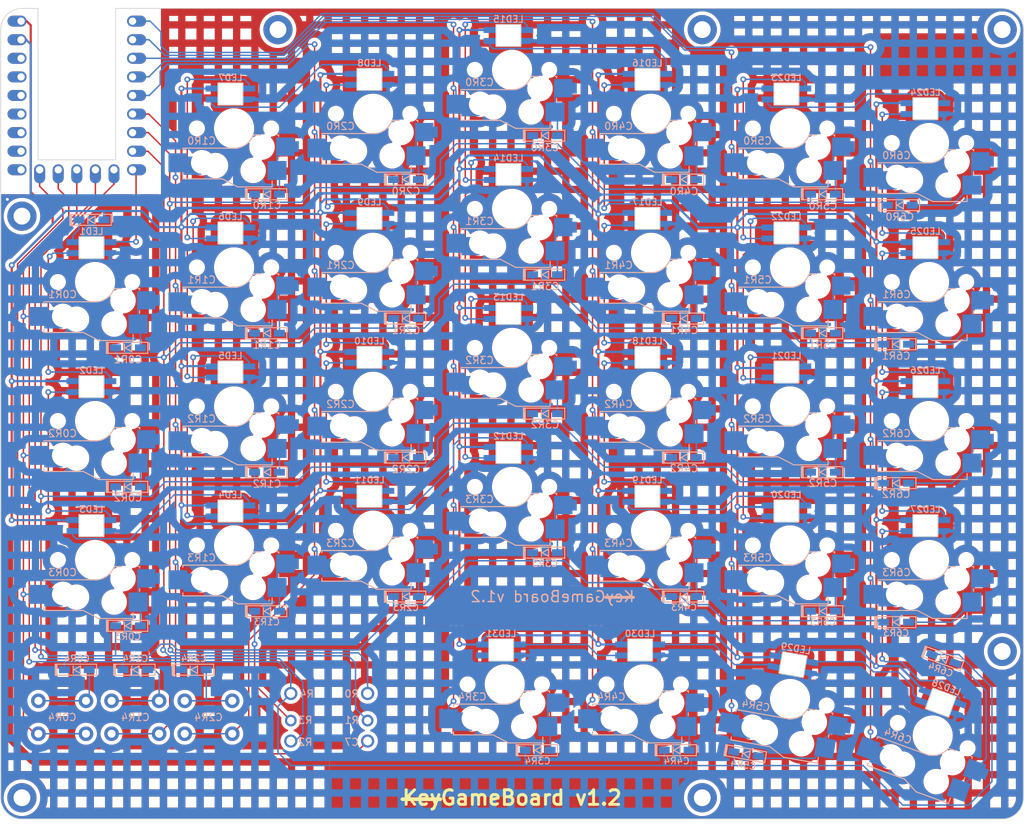
<source format=kicad_pcb>
(kicad_pcb (version 20221018) (generator pcbnew)
  (layers (0 "F.Cu" signal) (31 "B.Cu" signal) (34 "B.Paste" user) (35 "F.Paste" user) (36 "B.SilkS" user "B.Silkscreen") (37 "F.SilkS" user "F.Silkscreen") (38 "B.Mask" user) (39 "F.Mask" user) (44 "Edge.Cuts" user))
  (net 0 "")
  (net 1 "row0")
  (net 2 "Net-(D17-A)")
  (net 3 "row4")
  (net 4 "row1")
  (net 5 "col6")
  (net 6 "row2")
  (net 7 "row3")
  (net 8 "Net-(D1-A)")
  (net 9 "GND")
  (net 10 "Net-(D2-A)")
  (net 11 "Net-(D3-A)")
  (net 12 "LED")
  (net 13 "Net-(D4-A)")
  (net 14 "Net-(D5-A)")
  (net 15 "Net-(D6-A)")
  (net 16 "Net-(D7-A)")
  (net 17 "Net-(D8-A)")
  (net 18 "Net-(D9-A)")
  (net 19 "Net-(D10-A)")
  (net 20 "Net-(D11-A)")
  (net 21 "Net-(D12-A)")
  (net 22 "Net-(D13-A)")
  (net 23 "Net-(D14-A)")
  (net 24 "Net-(D15-A)")
  (net 25 "Net-(D16-A)")
  (net 26 "Net-(D18-A)")
  (net 27 "Net-(D19-A)")
  (net 28 "Net-(D20-A)")
  (net 29 "Net-(D21-A)")
  (net 30 "Net-(D22-A)")
  (net 31 "col2")
  (net 32 "col3")
  (net 33 "col4")
  (net 34 "col0")
  (net 35 "col1")
  (net 36 "Net-(D23-A)")
  (net 37 "Net-(D24-A)")
  (net 38 "Net-(D25-A)")
  (net 39 "Net-(D26-A)")
  (net 40 "Net-(D27-A)")
  (net 41 "Net-(D28-A)")
  (net 42 "Net-(D29-A)")
  (net 43 "Net-(D30-A)")
  (net 44 "Net-(D31-A)")
  (net 45 "Net-(D32-A)")
  (net 46 "Net-(D33-A)")
  (net 47 "Net-(LED19-DOUT)")
  (net 48 "Net-(LED1-DOUT)")
  (net 49 "Net-(LED2-DOUT)")
  (net 50 "Net-(LED3-DOUT)")
  (net 51 "Net-(LED4-DOUT)")
  (net 52 "Net-(LED5-DOUT)")
  (net 53 "Net-(LED6-DOUT)")
  (net 54 "Net-(LED7-DOUT)")
  (net 55 "Net-(LED8-DOUT)")
  (net 56 "Net-(LED10-DIN)")
  (net 57 "Net-(LED10-DOUT)")
  (net 58 "Net-(LED11-DOUT)")
  (net 59 "Net-(LED12-DOUT)")
  (net 60 "Net-(LED13-DOUT)")
  (net 61 "Net-(LED14-DOUT)")
  (net 62 "Net-(LED15-DOUT)")
  (net 63 "Net-(LED16-DOUT)")
  (net 64 "Net-(LED17-DOUT)")
  (net 65 "Net-(LED18-DOUT)")
  (net 66 "Net-(LED20-DOUT)")
  (net 67 "Net-(LED21-DOUT)")
  (net 68 "Net-(LED22-DOUT)")
  (net 69 "Net-(LED23-DOUT)")
  (net 70 "Net-(LED24-DOUT)")
  (net 71 "Net-(LED25-DOUT)")
  (net 72 "Net-(LED26-DOUT)")
  (net 73 "Net-(LED27-DOUT)")
  (net 74 "col5")
  (net 75 "Net-(D34-A)")
  (net 76 "col7")
  (net 77 "Net-(LED28-DOUT)")
  (net 78 "Net-(LED29-DOUT)")
  (net 79 "Net-(LED30-DOUT)")
  (net 86 "Net-(D40-K)")
  (net 88 "+5V")
  (footprint "zzkeeb:Switch_MXKS-hotswap-south-ks3d" (layer "F.Cu") (at 125.5 118.999999)
    (fp_text reference "SW19" hide)
    (fp_text value "Switch" hide)
  )
  (footprint "zzkeeb:Switch_MXKS-hotswap-south-ks3d" (layer "F.Cu") (at 68.5 78.999999)
    (fp_text reference "SW2" hide)
    (fp_text value "Switch" hide)
  )
  (footprint "zzkeeb:Button_Push-6mm" (layer "F.Cu") (at 26 161.499999)
    (fp_text reference "SW28" hide)
    (fp_text value "Switch" hide)
  )
  (footprint "zzkeeb:Switch_MXKS-hotswap-south-ks3d" (layer "F.Cu") (at 105.5 156.999999)
    (fp_text reference "SW32" hide)
    (fp_text value "Switch" hide)
  )
  (footprint "zzkeeb:Switch_MXKS-hotswap-south-ks3d" (layer "F.Cu") (at 106.5 79)
    (fp_text reference "SW4" hide)
    (fp_text value "Switch" hide)
  )
  (footprint "zzkeeb:Switch_MXKS-hotswap-south-ks3d" (layer "F.Cu") (at 68.5 116.999999)
    (fp_text reference "SW16" hide)
    (fp_text value "Switch" hide)
  )
  (footprint "zzkeeb:Switch_MXKS-hotswap-south-ks3d" (layer "F.Cu") (at 106.5 97.999999)
    (fp_text reference "SW11" hide)
    (fp_text value "Switch" hide)
  )
  (footprint "zzkeeb:Switch_MXKS-hotswap-south-ks3d" (layer "F.Cu") (at 106.5 116.999999)
    (fp_text reference "SW18" hide)
    (fp_text value "Switch" hide)
  )
  (footprint "zzkeeb:Logo_QMK-soldermask" (layer "F.Cu") (at 147 70.999999)
    (fp_text reference "REF**" hide)
    (fp_text value "Logo_QMK-soldermask" hide)
  )
  (footprint "zzkeeb:MCU_rp2040-zero-tht" (layer "F.Cu") (at 28 76.499999)
    (fp_text reference "MCU1" hide)
    (fp_text value "rp2040-zero" hide)
  )
  (footprint "zzkeeb:Switch_MXKS-hotswap-south-ks3d" (layer "F.Cu") (at 144.5 139.999999)
    (fp_text reference "SW27" hide)
    (fp_text value "Switch" hide)
  )
  (footprint "zzkeeb:Switch_MXKS-hotswap-south-ks3d" (layer "F.Cu") (at 68.5 135.999999)
    (fp_text reference "SW23" hide)
    (fp_text value "Switch" hide)
  )
  (footprint "zzkeeb:Switch_MXKS-hotswap-south-ks3d" (layer "F.Cu") (at 49.5 137.999999)
    (fp_text reference "SW22" hide)
    (fp_text value "Switch" hide)
  )
  (footprint "zzkeeb:Button_Push-6mm" (layer "F.Cu") (at 46 161.499999)
    (fp_text reference "SW30" hide)
    (fp_text value "Switch" hide)
  )
  (footprint "zzkeeb:Switch_MXKS-hotswap-south-ks3d" (layer "F.Cu") (at 30.5 139.999999)
    (fp_text reference "SW21" hide)
    (fp_text value "Switch" hide)
  )
  (footprint "zzkeeb:Switch_MXKS-hotswap-south-ks3d" (layer "F.Cu") (at 144.5 120.999999)
    (fp_text reference "SW20" hide)
    (fp_text value "Switch" hide)
  )
  (footprint "zzkeeb:Switch_MXKS-hotswap-south-ks3d" (layer "F.Cu") (at 144.5 101.999999)
    (fp_text reference "SW13" hide)
    (fp_text value "Switch" hide)
  )
  (footprint "zzkeeb:Switch_MXKS-hotswap-south-ks3d" (layer "F.Cu") (at 49.5 118.999999)
    (fp_text reference "SW15" hide)
    (fp_text value "Switch" hide)
  )
  (footprint "zzkeeb:Hole_M2-TH" (layer "F.Cu") (at 113.5 172.499999)
    (fp_text reference "H7" hide)
    (fp_text value "MountingHole" hide)
  )
  (footprint "zzkeeb:Switch_MXKS-hotswap-south-ks3d" (layer "F.Cu") (at 87.5 110.999999)
    (fp_text reference "SW17" hide)
    (fp_text value "Switch" hide)
  )
  (footprint "zzkeeb:Hole_M2-TH" (layer "F.Cu") (at 154.5 67.499999)
    (fp_text reference "H1" hide)
    (fp_text value "MountingHole" hide)
  )
  (footprint "zzkeeb:Switch_MXKS-hotswap-south-ks3d" (layer "F.Cu") (at 87.5 91.999999)
    (fp_text reference "SW10" hide)
    (fp_text value "Switch" hide)
  )
  (footprint "zzkeeb:Switch_MXKS-hotswap-south-ks3d" (layer "F.Cu") (at 87.5 72.999999)
    (fp_text reference "SW3" hide)
    (fp_text value "Switch" hide)
  )
  (footprint "zzkeeb:Hole_M2-TH" (layer "F.Cu") (at 20.5 172.499999)
    (fp_text reference "H2" hide)
    (fp_text value "MountingHole" hide)
  )
  (footprint "zzkeeb:Switch_MXKS-hotswap-south-ks3d" (layer "F.Cu") (at 86.5 156.999999)
    (fp_text reference "SW31" hide)
    (fp_text value "Switch" hide)
  )
  (footprint "zzkeeb:Switch_MXKS-hotswap-south-ks3d" (layer "F.Cu") (at 87.5 129.999999)
    (fp_text reference "SW24" hide)
    (fp_text value "Switch" hide)
  )
  (footprint "zzkeeb:Switch_MXKS-hotswap-south-ks3d" (layer "F.Cu") (at 30.5 101.999999)
    (fp_text reference "SW7" hide)
    (fp_text value "Switch" hide)
  )
  (footprint "zzkeeb:Button_Push-6mm" (layer "F.Cu") (at 36 161.499999)
    (fp_text reference "SW29" hide)
    (fp_text value "Switch" hide)
  )
  (footprint "zzkeeb:Hole_M2-TH" (layer "F.Cu") (at 113.5 67.499999)
    (fp_text reference "H4" hide)
    (fp_text value "MountingHole" hide)
  )
  (footprint "zzkeeb:Switch_MXKS-hotswap-south-ks3d" (layer "F.Cu") (at 144.5 82.999999)
    (fp_text reference "SW6" hide)
    (fp_text value "Switch" hide)
  )
  (footprint "zzkeeb:Switch_MXKS-hotswap-south-ks3d" (layer "F.Cu") (at 30.5 120.999999)
    (fp_text reference "SW14" hide)
    (fp_text value "Switch" hide)
  )
  (footprint "zzkeeb:Button_5way" (layer "F.Cu") (at 62.5 161.499999)
    (fp_text reference "FiveWay1" hide)
    (fp_text value "5Way-Tactile_K1-1506DN-01")
  )
  (footprint "zzkeeb:Switch_MXKS-hotswap-south-ks3d" (layer "F.Cu") (at 49.5 80.999999)
    (fp_text reference "SW1" hide)
    (fp_text value "Switch" hide)
  )
  (footprint "zzkeeb:Hole_M2-TH" (layer "F.Cu") (at 154.5 152.499999)
    (fp_text reference "H5" hide)
    (fp_text value "MountingHole" hide)
  )
  (footprint "zzkeeb:Switch_MXKS-hotswap-south-ks3d" (layer "F.Cu") (at 125.5 99.999999)
    (fp_text reference "SW12" hide)
    (fp_text value "Switch" hide)
  )
  (footprint "zzkeeb:Switch_MXKS-hotswap-south-ks3d" (layer "F.Cu") (at 106.5 135.999999)
    (fp_text reference "SW25" hide)
    (fp_text value "Switch" hide)
  )
  (footprint "zzkeeb:Hole_M2-TH" (layer "F.Cu") (at 20.5 92.999999)
    (fp_text reference "H6" hide)
    (fp_text value "MountingHole" hide)
  )
  (footprint "zzkeeb:Switch_MXKS-hotswap-south-ks3d" (layer "F.Cu") (at 125.5 158.999999 -10)
    (fp_text reference "SW33" hide)
    (fp_text value "Switch" hide)
  )
  (footprint "zzkeeb:Switch_MXKS-hotswap-south-ks3d" (layer "F.Cu") (at 125.5 137.999999)
    (fp_text reference "SW26" hide)
    (fp_text value "Switch" hide)
  )
  (footprint "zzkeeb:Switch_MXKS-hotswap-south-ks3d" (layer "F.Cu") (at 145 163.999999 -20)
    (fp_text reference "SW34" hide)
    (fp_text value "Switch" hide)
  )
  (footprint "zzkeeb:Switch_MXKS-hotswap-south-ks3d" (layer "F.Cu") (at 68.5 97.999999)
    (fp_text reference "SW9" hide)
    (fp_text value "Switch" hide)
  )
  (footprint "zzkeeb:Switch_MXKS-hotswap-south-ks3d" (layer "F.Cu") (at 125.5 80.999999)
    (fp_text reference "SW5" hide)
    (fp_text value "Switch" hide)
  )
  (footprint "zzkeeb:Hole_M2-TH" (layer "F.Cu") (at 55.5 67.499999)
    (fp_text reference "H3" hide)
    (fp_text value "MountingHole" hide)
  )
  (footprint "zzkeeb:Switch_MXKS-hotswap-south-ks3d" (layer "F.Cu") (at 49.5 99.999999)
    (fp_text reference "SW8" hide)
    (fp_text value "Switch" hide)
  )
  (footprint "zzkeeb:LED_SK6812-MINI-E" (layer "B.Cu") (at 105 152.299999 180)
    (fp_text reference "LED30")
    (fp_text value "YS-SK6812MINI-E" hide)
    (fp_line (start -1.7 -1.5) (end 1.7 -1.5) (stroke (width 0.12)) (layer "Edge.Cuts"))
    (fp_line (start -1.7 1.5) (end -1.7 -1.5) (stroke (width 0.12)) (layer "Edge.Cuts"))
    (fp_line (start 1.7 -1.5) (end 1.7 1.5) (stroke (width 0.12)) (layer "Edge.Cuts"))
    (fp_line (start 1.7 1.5) (end -1.7 1.5) (stroke (width 0.12)) (layer "Edge.Cuts"))
  )
  (footprint "zzkeeb:LED_SK6812-MINI-E" (layer "B.Cu") (at 49 114.299999 180)
    (fp_text reference "LED5")
    (fp_text value "YS-SK6812MINI-E" hide)
    (fp_line (start -1.7 -1.5) (end 1.7 -1.5) (stroke (width 0.12)) (layer "Edge.Cuts"))
    (fp_line (start -1.7 1.5) (end -1.7 -1.5) (stroke (width 0.12)) (layer "Edge.Cuts"))
    (fp_line (start 1.7 -1.5) (end 1.7 1.5) (stroke (width 0.12)) (layer "Edge.Cuts"))
    (fp_line (start 1.7 1.5) (end -1.7 1.5) (stroke (width 0.12)) (layer "Edge.Cuts"))
  )
  (footprint "zzkeeb:Diode_1N4148-SOD123" (layer "B.Cu") (at 130 89.999999)
    (fp_text reference "D5" hide)
    (fp_text value "D" hide)
  )
  (footprint "zzkeeb:LED_SK6812-MINI-E" (layer "B.Cu") (at 68 131.299999 180)
    (fp_text reference "LED11")
    (fp_text value "YS-SK6812MINI-E" hide)
    (fp_line (start -1.7 -1.5) (end 1.7 -1.5) (stroke (width 0.12)) (layer "Edge.Cuts"))
    (fp_line (start -1.7 1.5) (end -1.7 -1.5) (stroke (width 0.12)) (layer "Edge.Cuts"))
    (fp_line (start 1.7 -1.5) (end 1.7 1.5) (stroke (width 0.12)) (layer "Edge.Cuts"))
    (fp_line (start 1.7 1.5) (end -1.7 1.5) (stroke (width 0.12)) (layer "Edge.Cuts"))
  )
  (footprint "zzkeeb:Diode_1N4148-SOD123" (layer "B.Cu") (at 54 89.999999)
    (fp_text reference "D1" hide)
    (fp_text value "D" hide)
  )
  (footprint "zzkeeb:LED_SK6812-MINI-E" (layer "B.Cu") (at 49 76.299999 180)
    (fp_text reference "LED7")
    (fp_text value "YS-SK6812MINI-E" hide)
    (fp_line (start -1.7 -1.5) (end 1.7 -1.5) (stroke (width 0.12)) (layer "Edge.Cuts"))
    (fp_line (start -1.7 1.5) (end -1.7 -1.5) (stroke (width 0.12)) (layer "Edge.Cuts"))
    (fp_line (start 1.7 -1.5) (end 1.7 1.5) (stroke (width 0.12)) (layer "Edge.Cuts"))
    (fp_line (start 1.7 1.5) (end -1.7 1.5) (stroke (width 0.12)) (layer "Edge.Cuts"))
  )
  (footprint "zzkeeb:LED_SK6812-MINI-E" (layer "B.Cu") (at 68 74.299999 180)
    (fp_text reference "LED8")
    (fp_text value "YS-SK6812MINI-E" hide)
    (fp_line (start -1.7 -1.5) (end 1.7 -1.5) (stroke (width 0.12)) (layer "Edge.Cuts"))
    (fp_line (start -1.7 1.5) (end -1.7 -1.5) (stroke (width 0.12)) (layer "Edge.Cuts"))
    (fp_line (start 1.7 -1.5) (end 1.7 1.5) (stroke (width 0.12)) (layer "Edge.Cuts"))
    (fp_line (start 1.7 1.5) (end -1.7 1.5) (stroke (width 0.12)) (layer "Edge.Cuts"))
  )
  (footprint "zzkeeb:LED_SK6812-MINI-E" (layer "B.Cu") (at 106 93.299999 180)
    (fp_text reference "LED17")
    (fp_text value "YS-SK6812MINI-E" hide)
    (fp_line (start -1.7 -1.5) (end 1.7 -1.5) (stroke (width 0.12)) (layer "Edge.Cuts"))
    (fp_line (start -1.7 1.5) (end -1.7 -1.5) (stroke (width 0.12)) (layer "Edge.Cuts"))
    (fp_line (start 1.7 -1.5) (end 1.7 1.5) (stroke (width 0.12)) (layer "Edge.Cuts"))
    (fp_line (start 1.7 1.5) (end -1.7 1.5) (stroke (width 0.12)) (layer "Edge.Cuts"))
  )
  (footprint "zzkeeb:Diode_1N4148-SOD123" (layer "B.Cu") (at 73 125.999999)
    (fp_text reference "D16" hide)
    (fp_text value "D" hide)
  )
  (footprint "zzkeeb:Diode_1N4148-SOD123" (layer "B.Cu") (at 44 154.999999)
    (fp_text reference "D30" hide)
    (fp_text value "D" hide)
  )
  (footprint "zzkeeb:Diode_1N4148-SOD123" (layer "B.Cu") (at 91 165.999999)
    (fp_text reference "D31" hide)
    (fp_text value "D" hide)
  )
  (footprint "zzkeeb:LED_SK6812-MINI-E" (layer "B.Cu") (at 87 106.299999 180)
    (fp_text reference "LED13")
    (fp_text value "YS-SK6812MINI-E" hide)
    (fp_line (start -1.7 -1.5) (end 1.7 -1.5) (stroke (width 0.12)) (layer "Edge.Cuts"))
    (fp_line (start -1.7 1.5) (end -1.7 -1.5) (stroke (width 0.12)) (layer "Edge.Cuts"))
    (fp_line (start 1.7 -1.5) (end 1.7 1.5) (stroke (width 0.12)) (layer "Edge.Cuts"))
    (fp_line (start 1.7 1.5) (end -1.7 1.5) (stroke (width 0.12)) (layer "Edge.Cuts"))
  )
  (footprint "zzkeeb:Diode_1N4148-SOD123" (layer "B.Cu") (at 130 146.999999)
    (fp_text reference "D26" hide)
    (fp_text value "D" hide)
  )
  (footprint "zzkeeb:Diode_1N4148-SOD123" (layer "B.Cu") (at 111 106.999999)
    (fp_text reference "D11" hide)
    (fp_text value "D" hide)
  )
  (footprint "zzkeeb:LED_SK6812-MINI-E" (layer "B.Cu") (at 106 74.299999 180)
    (fp_text reference "LED16")
    (fp_text value "YS-SK6812MINI-E" hide)
    (fp_line (start -1.7 -1.5) (end 1.7 -1.5) (stroke (width 0.12)) (layer "Edge.Cuts"))
    (fp_line (start -1.7 1.5) (end -1.7 -1.5) (stroke (width 0.12)) (layer "Edge.Cuts"))
    (fp_line (start 1.7 -1.5) (end 1.7 1.5) (stroke (width 0.12)) (layer "Edge.Cuts"))
    (fp_line (start 1.7 1.5) (end -1.7 1.5) (stroke (width 0.12)) (layer "Edge.Cuts"))
  )
  (footprint "zzkeeb:Diode_1N4148-SOD123" (layer "B.Cu") (at 92 119.999999)
    (fp_text reference "D17" hide)
    (fp_text value "D" hide)
  )
  (footprint "zzkeeb:LED_SK6812-MINI-E" (layer "B.Cu") (at 68 93.299999 180)
    (fp_text reference "LED9")
    (fp_text value "YS-SK6812MINI-E" hide)
    (fp_line (start -1.7 -1.5) (end 1.7 -1.5) (stroke (width 0.12)) (layer "Edge.Cuts"))
    (fp_line (start -1.7 1.5) (end -1.7 -1.5) (stroke (width 0.12)) (layer "Edge.Cuts"))
    (fp_line (start 1.7 -1.5) (end 1.7 1.5) (stroke (width 0.12)) (layer "Edge.Cuts"))
    (fp_line (start 1.7 1.5) (end -1.7 1.5) (stroke (width 0.12)) (layer "Edge.Cuts"))
  )
  (footprint "zzkeeb:LED_SK6812-MINI-E" (layer "B.Cu") (at 146.1 159.499999 160)
    (fp_text reference "LED28")
    (fp_text value "YS-SK6812MINI-E" hide)
    (fp_line (start -1.7 -1.5) (end 1.7 -1.5) (stroke (width 0.12)) (layer "Edge.Cuts"))
    (fp_line (start -1.7 1.5) (end -1.7 -1.5) (stroke (width 0.12)) (layer "Edge.Cuts"))
    (fp_line (start 1.7 -1.5) (end 1.7 1.5) (stroke (width 0.12)) (layer "Edge.Cuts"))
    (fp_line (start 1.7 1.5) (end -1.7 1.5) (stroke (width 0.12)) (layer "Edge.Cuts"))
  )
  (footprint "zzkeeb:LED_SK6812-MINI-E" (layer "B.Cu") (at 30 116.299999 180)
    (fp_text reference "LED2")
    (fp_text value "YS-SK6812MINI-E" hide)
    (fp_line (start -1.7 -1.5) (end 1.7 -1.5) (stroke (width 0.12)) (layer "Edge.Cuts"))
    (fp_line (start -1.7 1.5) (end -1.7 -1.5) (stroke (width 0.12)) (layer "Edge.Cuts"))
    (fp_line (start 1.7 -1.5) (end 1.7 1.5) (stroke (width 0.12)) (layer "Edge.Cuts"))
    (fp_line (start 1.7 1.5) (end -1.7 1.5) (stroke (width 0.12)) (layer "Edge.Cuts"))
  )
  (footprint "zzkeeb:LED_SK6812-MINI-E" (layer "B.Cu") (at 87 125.299999 180)
    (fp_text reference "LED12")
    (fp_text value "YS-SK6812MINI-E" hide)
    (fp_line (start -1.7 -1.5) (end 1.7 -1.5) (stroke (width 0.12)) (layer "Edge.Cuts"))
    (fp_line (start -1.7 1.5) (end -1.7 -1.5) (stroke (width 0.12)) (layer "Edge.Cuts"))
    (fp_line (start 1.7 -1.5) (end 1.7 1.5) (stroke (width 0.12)) (layer "Edge.Cuts"))
    (fp_line (start 1.7 1.5) (end -1.7 1.5) (stroke (width 0.12)) (layer "Edge.Cuts"))
  )
  (footprint "zzkeeb:LED_SK6812-MINI-E" (layer "B.Cu") (at 125 95.299999 180)
    (fp_text reference "LED22")
    (fp_text value "YS-SK6812MINI-E" hide)
    (fp_line (start -1.7 -1.5) (end 1.7 -1.5) (stroke (width 0.12)) (layer "Edge.Cuts"))
    (fp_line (start -1.7 1.5) (end -1.7 -1.5) (stroke (width 0.12)) (layer "Edge.Cuts"))
    (fp_line (start 1.7 -1.5) (end 1.7 1.5) (stroke (width 0.12)) (layer "Edge.Cuts"))
    (fp_line (start 1.7 1.5) (end -1.7 1.5) (stroke (width 0.12)) (layer "Edge.Cuts"))
  )
  (footprint "zzkeeb:LED_SK6812-MINI-E" (layer "B.Cu") (at 144 97.299999 180)
    (fp_text reference "LED25")
    (fp_text value "YS-SK6812MINI-E" hide)
    (fp_line (start -1.7 -1.5) (end 1.7 -1.5) (stroke (width 0.12)) (layer "Edge.Cuts"))
    (fp_line (start -1.7 1.5) (end -1.7 -1.5) (stroke (width 0.12)) (layer "Edge.Cuts"))
    (fp_line (start 1.7 -1.5) (end 1.7 1.5) (stroke (width 0.12)) (layer "Edge.Cuts"))
    (fp_line (start 1.7 1.5) (end -1.7 1.5) (stroke (width 0.12)) (layer "Edge.Cuts"))
  )
  (footprint "zzkeeb:Diode_1N4148-SOD123" (layer "B.Cu") (at 110 165.999999)
    (fp_text reference "D32" hide)
    (fp_text value "D" hide)
  )
  (footprint "zzkeeb:Diode_1N4148-SOD123" (layer "B.Cu") (at 92 100.999999)
    (fp_text reference "D10" hide)
    (fp_text value "D" hide)
  )
  (footprint "zzkeeb:Diode_1N4148-SOD123" (layer "B.Cu") (at 140 129.499999)
    (fp_text reference "D20" hide)
    (fp_text value "D" hide)
  )
  (footprint "zzkeeb:LED_SK6812-MINI-E" (layer "B.Cu") (at 125 114.299999 180)
    (fp_text reference "LED21")
    (fp_text value "YS-SK6812MINI-E" hide)
    (fp_line (start -1.7 -1.5) (end 1.7 -1.5) (stroke (width 0.12)) (layer "Edge.Cuts"))
    (fp_line (start -1.7 1.5) (end -1.7 -1.5) (stroke (width 0.12)) (layer "Edge.Cuts"))
    (fp_line (start 1.7 -1.5) (end 1.7 1.5) (stroke (width 0.12)) (layer "Edge.Cuts"))
    (fp_line (start 1.7 1.5) (end -1.7 1.5) (stroke (width 0.12)) (layer "Edge.Cuts"))
  )
  (footprint "zzkeeb:LED_SK6812-MINI-E" (layer "B.Cu") (at 144 135.299999 180)
    (fp_text reference "LED27")
    (fp_text value "YS-SK6812MINI-E" hide)
    (fp_line (start -1.7 -1.5) (end 1.7 -1.5) (stroke (width 0.12)) (layer "Edge.Cuts"))
    (fp_line (start -1.7 1.5) (end -1.7 -1.5) (stroke (width 0.12)) (layer "Edge.Cuts"))
    (fp_line (start 1.7 -1.5) (end 1.7 1.5) (stroke (width 0.12)) (layer "Edge.Cuts"))
    (fp_line (start 1.7 1.5) (end -1.7 1.5) (stroke (width 0.12)) (layer "Edge.Cuts"))
  )
  (footprint "zzkeeb:LED_SK6812-MINI-E" (layer "B.Cu") (at 125.9 154.299999 170)
    (fp_text reference "LED29")
    (fp_text value "YS-SK6812MINI-E" hide)
    (fp_line (start -1.7 -1.5) (end 1.7 -1.5) (stroke (width 0.12)) (layer "Edge.Cuts"))
    (fp_line (start -1.7 1.5) (end -1.7 -1.5) (stroke (width 0.12)) (layer "Edge.Cuts"))
    (fp_line (start 1.7 -1.5) (end 1.7 1.5) (stroke (width 0.12)) (layer "Edge.Cuts"))
    (fp_line (start 1.7 1.5) (end -1.7 1.5) (stroke (width 0.12)) (layer "Edge.Cuts"))
  )
  (footprint "zzkeeb:LED_SK6812-MINI-E" (layer "B.Cu") (at 106 112.299999 180)
    (fp_text reference "LED18")
    (fp_text value "YS-SK6812MINI-E" hide)
    (fp_line (start -1.7 -1.5) (end 1.7 -1.5) (stroke (width 0.12)) (layer "Edge.Cuts"))
    (fp_line (start -1.7 1.5) (end -1.7 -1.5) (stroke (width 0.12)) (layer "Edge.Cuts"))
    (fp_line (start 1.7 -1.5) (end 1.7 1.5) (stroke (width 0.12)) (layer "Edge.Cuts"))
    (fp_line (start 1.7 1.5) (end -1.7 1.5) (stroke (width 0.12)) (layer "Edge.Cuts"))
  )
  (footprint "zzkeeb:Diode_1N4148-SOD123" (layer "B.Cu") (at 54 108.999999)
    (fp_text reference "D8" hide)
    (fp_text value "D" hide)
  )
  (footprint "zzkeeb:LED_SK6812-MINI-E" (layer "B.Cu") (at 49 133.299999 180)
    (fp_text reference "LED4")
    (fp_text value "YS-SK6812MINI-E" hide)
    (fp_line (start -1.7 -1.5) (end 1.7 -1.5) (stroke (width 0.12)) (layer "Edge.Cuts"))
    (fp_line (start -1.7 1.5) (end -1.7 -1.5) (stroke (width 0.12)) (layer "Edge.Cuts"))
    (fp_line (start 1.7 -1.5) (end 1.7 1.5) (stroke (width 0.12)) (layer "Edge.Cuts"))
    (fp_line (start 1.7 1.5) (end -1.7 1.5) (stroke (width 0.12)) (layer "Edge.Cuts"))
  )
  (footprint "zzkeeb:LED_SK6812-MINI-E" (layer "B.Cu") (at 87 68.299999 180)
    (fp_text reference "LED15")
    (fp_text value "YS-SK6812MINI-E" hide)
    (fp_line (start -1.7 -1.5) (end 1.7 -1.5) (stroke (width 0.12)) (layer "Edge.Cuts"))
    (fp_line (start -1.7 1.5) (end -1.7 -1.5) (stroke (width 0.12)) (layer "Edge.Cuts"))
    (fp_line (start 1.7 -1.5) (end 1.7 1.5) (stroke (width 0.12)) (layer "Edge.Cuts"))
    (fp_line (start 1.7 1.5) (end -1.7 1.5) (stroke (width 0.12)) (layer "Edge.Cuts"))
  )
  (footprint "zzkeeb:Diode_1N4148-SOD123" (layer "B.Cu") (at 73 144.999999)
    (fp_text reference "D23" hide)
    (fp_text value "D" hide)
  )
  (footprint "zzkeeb:Diode_1N4148-SOD123" (layer "B.Cu") (at 92 138.999999)
    (fp_text reference "D24" hide)
    (fp_text value "D" hide)
  )
  (footprint "zzkeeb:LED_SK6812-MINI-E" (layer "B.Cu") (at 144 116.299999 180)
    (fp_text reference "LED26")
    (fp_text value "YS-SK6812MINI-E" hide)
    (fp_line (start -1.7 -1.5) (end 1.7 -1.5) (stroke (width 0.12)) (layer "Edge.Cuts"))
    (fp_line (start -1.7 1.5) (end -1.7 -1.5) (stroke (width 0.12)) (layer "Edge.Cuts"))
    (fp_line (start 1.7 -1.5) (end 1.7 1.5) (stroke (width 0.12)) (layer "Edge.Cuts"))
    (fp_line (start 1.7 1.5) (end -1.7 1.5) (stroke (width 0.12)) (layer "Edge.Cuts"))
  )
  (footprint "zzkeeb:Diode_1N4148-SOD123" (layer "B.Cu") (at 35 129.999999)
    (fp_text reference "D14" hide)
    (fp_text value "D" hide)
  )
  (footprint "zzkeeb:Diode_1N4148-SOD123" (layer "B.Cu") (at 119.5 166.499999 -10)
    (fp_text reference "D33" hide)
    (fp_text value "D" hide)
  )
  (footprint "zzkeeb:LED_SK6812-MINI-E" (layer "B.Cu") (at 86 152.299999 180)
    (fp_text reference "LED31")
    (fp_text value "YS-SK6812MINI-E" hide)
    (fp_line (start -1.7 -1.5) (end 1.7 -1.5) (stroke (width 0.12)) (layer "Edge.Cuts"))
    (fp_line (start -1.7 1.5) (end -1.7 -1.5) (stroke (width 0.12)) (layer "Edge.Cuts"))
    (fp_line (start 1.7 -1.5) (end 1.7 1.5) (stroke (width 0.12)) (layer "Edge.Cuts"))
    (fp_line (start 1.7 1.5) (end -1.7 1.5) (stroke (width 0.12)) (layer "Edge.Cuts"))
  )
  (footprint "zzkeeb:Diode_1N4148-SOD123" (layer "B.Cu") (at 73 87.999999)
    (fp_text reference "D2" hide)
    (fp_text value "D" hide)
  )
  (footprint "zzkeeb:Diode_1N4148-SOD123" (layer "B.Cu") (at 28 154.999999)
    (fp_text reference "D28" hide)
    (fp_text value "D" hide)
  )
  (footprint "zzkeeb:LED_SK6812-MINI-E" (layer "B.Cu") (at 68 112.299999 180)
    (fp_text reference "LED10")
    (fp_text value "YS-SK6812MINI-E" hide)
    (fp_line (start -1.7 -1.5) (end 1.7 -1.5) (stroke (width 0.12)) (layer "Edge.Cuts"))
    (fp_line (start -1.7 1.5) (end -1.7 -1.5) (stroke (width 0.12)) (layer "Edge.Cuts"))
    (fp_line (start 1.7 -1.5) (end 1.7 1.5) (stroke (width 0.12)) (layer "Edge.Cuts"))
    (fp_line (start 1.7 1.5) (end -1.7 1.5) (stroke (width 0.12)) (layer "Edge.Cuts"))
  )
  (footprint "zzkeeb:Diode_1N4148-SOD123" (layer "B.Cu") (at 35 148.999999)
    (fp_text reference "D21" hide)
    (fp_text value "D" hide)
  )
  (footprint "zzkeeb:Diode_1N4148-SOD123" (layer "B.Cu") (at 35 110.999999)
    (fp_text reference "D7" hide)
    (fp_text value "D" hide)
  )
  (footprint "zzkeeb:Diode_1N4148-SOD123" (layer "B.Cu") (at 111 125.999999)
    (fp_text reference "D18" hide)
    (fp_text value "D" hide)
  )
  (footprint "zzkeeb:Diode_1N4148-SOD123" (layer "B.Cu") (at 92 81.999999)
    (fp_text reference "D3" hide)
    (fp_text value "D" hide)
  )
  (footprint "zzkeeb:LED_SK6812-MINI-E" (layer "B.Cu") (at 125 133.299999 180)
    (fp_text reference "LED20")
    (fp_text value "YS-SK6812MINI-E" hide)
    (fp_line (start -1.7 -1.5) (end 1.7 -1.5) (stroke (width 0.12)) (layer "Edge.Cuts"))
    (fp_line (start -1.7 1.5) (end -1.7 -1.5) (stroke (width 0.12)) (layer "Edge.Cuts"))
    (fp_line (start 1.7 -1.5) (end 1.7 1.5) (stroke (width 0.12)) (layer "Edge.Cuts"))
    (fp_line (start 1.7 1.5) (end -1.7 1.5) (stroke (width 0.12)) (layer "Edge.Cuts"))
  )
  (footprint "zzkeeb:Diode_1N4148-SOD123" (layer "B.Cu") (at 130 127.999999)
    (fp_text reference "D19" hide)
    (fp_text value "D" hide)
  )
  (footprint "zzkeeb:LED_SK6812-MINI-E" (layer "B.Cu") (at 49 95.299999 180)
    (fp_text reference "LED6")
    (fp_text value "YS-SK6812MINI-E" hide)
    (fp_line (start -1.7 -1.5) (end 1.7 -1.5) (stroke (width 0.12)) (layer "Edge.Cuts"))
    (fp_line (start -1.7 1.5) (end -1.7 -1.5) (stroke (width 0.12)) (layer "Edge.Cuts"))
    (fp_line (start 1.7 -1.5) (end 1.7 1.5) (stroke (width 0.12)) (layer "Edge.Cuts"))
    (fp_line (start 1.7 1.5) (end -1.7 1.5) (stroke (width 0.12)) (layer "Edge.Cuts"))
  )
  (footprint "zzkeeb:Diode_1N4148-SOD123" (layer "B.Cu") (at 111 87.999999)
    (fp_text reference "D4" hide)
    (fp_text value "D" hide)
  )
  (footprint "zzkeeb:Diode_1N4148-SOD123" (layer "B.Cu") (at 36 154.999999)
    (fp_text reference "D29" hide)
    (fp_text value "D" hide)
  )
  (footprint "zzkeeb:LED_SK6812-MINI-E" (layer "B.Cu") (at 144 78.299999 180)
    (fp_text reference "LED24")
    (fp_text value "YS-SK6812MINI-E" hide)
    (fp_line (start -1.7 -1.5) (end 1.7 -1.5) (stroke (width 0.12)) (layer "Edge.Cuts"))
    (fp_line (start -1.7 1.5) (end -1.7 -1.5) (stroke (width 0.12)) (layer "Edge.Cuts"))
    (fp_line (start 1.7 -1.5) (end 1.7 1.5) (stroke (width 0.12)) (layer "Edge.Cuts"))
    (fp_line (start 1.7 1.5) (end -1.7 1.5) (stroke (width 0.12)) (layer "Edge.Cuts"))
  )
  (footprint "zzkeeb:Diode_1N4148-SOD123" (layer "B.Cu") (at 54 127.999999)
    (fp_text reference "D15" hide)
    (fp_text value "D" hide)
  )
  (footprint "zzkeeb:Diode_1N4148-SOD123" (layer "B.Cu") (at 140 148.499999)
    (fp_text reference "D27" hide)
    (fp_text value "D" hide)
  )
  (footprint "zzkeeb:LED_SK6812-MINI-E" (layer "B.Cu") (at 30 135.299999 180)
    (fp_text reference "LED3")
    (fp_text value "YS-SK6812MINI-E" hide)
    (fp_line (start -1.7 -1.5) (end 1.7 -1.5) (stroke (width 0.12)) (layer "Edge.Cuts"))
    (fp_line (start -1.7 1.5) (end -1.7 -1.5) (stroke (width 0.12)) (layer "Edge.Cuts"))
    (fp_line (start 1.7 -1.5) (end 1.7 1.5) (stroke (width 0.12)) (layer "Edge.Cuts"))
    (fp_line (start 1.7 1.5) (end -1.7 1.5) (stroke (width 0.12)) (layer "Edge.Cuts"))
  )
  (footprint "zzkeeb:Diode_1N4148-SOD123" (layer "B.Cu") (at 130 108.999999)
    (fp_text reference "D12" hide)
    (fp_text value "D" hide)
  )
  (footprint "zzkeeb:Diode_1N4148-SOD123" (layer "B.Cu") (at 30 93.499999)
    (fp_text reference "D40" hide)
    (fp_text value "D" hide)
  )
  (footprint "zzkeeb:Diode_1N4148-SOD123" (layer "B.Cu") (at 54 146.999999)
    (fp_text reference "D22" hide)
    (fp_text value "D" hide)
  )
  (footprint "zzkeeb:Diode_1N4148-SOD123" (layer "B.Cu") (at 73 106.999999)
    (fp_text reference "D9" hide)
    (fp_text value "D" hide)
  )
  (footprint "zzkeeb:LED_SK6812-MINI-E" (layer "B.Cu") (at 87 87.299999 180)
    (fp_text reference "LED14")
    (fp_text value "YS-SK6812MINI-E" hide)
    (fp_line (start -1.7 -1.5) (end 1.7 -1.5) (stroke (width 0.12)) (layer "Edge.Cuts"))
    (fp_line (start -1.7 1.5) (end -1.7 -1.5) (stroke (width 0.12)) (layer "Edge.Cuts"))
    (fp_line (start 1.7 -1.5) (end 1.7 1.5) (stroke (width 0.12)) (layer "Edge.Cuts"))
    (fp_line (start 1.7 1.5) (end -1.7 1.5) (stroke (width 0.12)) (layer "Edge.Cuts"))
  )
  (footprint "zzkeeb:LED_SK6812-MINI-E" (layer "B.Cu") (at 125 76.299999 180)
    (fp_text reference "LED23")
    (fp_text value "YS-SK6812MINI-E" hide)
    (fp_line (start -1.7 -1.5) (end 1.7 -1.5) (stroke (width 0.12)) (layer "Edge.Cuts"))
    (fp_line (start -1.7 1.5) (end -1.7 -1.5) (stroke (width 0.12)) (layer "Edge.Cuts"))
    (fp_line (start 1.7 -1.5) (end 1.7 1.5) (stroke (width 0.12)) (layer "Edge.Cuts"))
    (fp_line (start 1.7 1.5) (end -1.7 1.5) (stroke (width 0.12)) (layer "Edge.Cuts"))
  )
  (footprint "zzkeeb:LED_SK6812-MINI-E" (layer "B.Cu") (at 30 97.299999 180)
    (fp_text reference "LED1")
    (fp_text value "YS-SK6812MINI-E" hide)
    (fp_line (start -1.7 -1.5) (end 1.7 -1.5) (stroke (width 0.12)) (layer "Edge.Cuts"))
    (fp_line (start -1.7 1.5) (end -1.7 -1.5) (stroke (width 0.12)) (layer "Edge.Cuts"))
    (fp_line (start 1.7 -1.5) (end 1.7 1.5) (stroke (width 0.12)) (layer "Edge.Cuts"))
    (fp_line (start 1.7 1.5) (end -1.7 1.5) (stroke (width 0.12)) (layer "Edge.Cuts"))
  )
  (footprint "zzkeeb:LED_SK6812-MINI-E" (layer "B.Cu") (at 106 131.299999 180)
    (fp_text reference "LED19")
    (fp_text value "YS-SK6812MINI-E" hide)
    (fp_line (start -1.7 -1.5) (end 1.7 -1.5) (stroke (width 0.12)) (layer "Edge.Cuts"))
    (fp_line (start -1.7 1.5) (end -1.7 -1.5) (stroke (width 0.12)) (layer "Edge.Cuts"))
    (fp_line (start 1.7 -1.5) (end 1.7 1.5) (stroke (width 0.12)) (layer "Edge.Cuts"))
    (fp_line (start 1.7 1.5) (end -1.7 1.5) (stroke (width 0.12)) (layer "Edge.Cuts"))
  )
  (footprint "zzkeeb:Diode_1N4148-SOD123" (layer "B.Cu") (at 111 144.999999)
    (fp_text reference "D25" hide)
    (fp_text value "D" hide)
  )
  (footprint "zzkeeb:Diode_1N4148-SOD123" (layer "B.Cu") (at 140.5 91.499999)
    (fp_text reference "D6" hide)
    (fp_text value "D" hide)
  )
  (footprint "zzkeeb:Diode_1N4148-SOD123" (layer "B.Cu") (at 146.5 153.499999 -20)
    (fp_text reference "D34" hide)
    (fp_text value "D" hide)
  )
  (footprint "zzkeeb:Diode_1N4148-SOD123" (layer "B.Cu") (at 140 110.499999)
    (fp_text reference "D13" hide)
    (fp_text value "D" hide)
  )
  (gr_line (start 104.1 145.099999) (end 100.3 145.099999) (stroke (width 0.4)) (layer "B.SilkS"))
  (gr_line (start 72.5 172.699999) (end 77.7 172.699999) (stroke (width 0.5)) (layer "F.SilkS"))
  (gr_line (start 33.3 85.299999) (end 33.3 64.599999) (stroke (width 0.1)) (layer "Edge.Cuts"))
  (gr_arc (start 157.4 172.499999) (mid 156.55061 174.550609) (end 154.5 175.399999) (stroke (width 0.1)) (layer "Edge.Cuts"))
  (gr_line (start 154.5 175.399999) (end 20.5 175.399999) (stroke (width 0.1)) (layer "Edge.Cuts"))
  (gr_arc (start 154.5 64.599999) (mid 156.55061 65.449389) (end 157.4 67.499999) (stroke (width 0.1)) (layer "Edge.Cuts"))
  (gr_line (start 157.4 67.499999) (end 157.4 172.499999) (stroke (width 0.1)) (layer "Edge.Cuts"))
  (gr_line (start 22.7 85.299999) (end 33.3 85.299999) (stroke (width 0.1)) (layer "Edge.Cuts"))
  (gr_arc (start 20.5 175.399999) (mid 18.44939 174.550609) (end 17.6 172.499999) (stroke (width 0.1)) (layer "Edge.Cuts"))
  (gr_line (start 33.3 64.599999) (end 154.5 64.599999) (stroke (width 0.1)) (layer "Edge.Cuts"))
  (gr_line (start 22.7 64.599999) (end 22.7 85.299999) (stroke (width 0.1)) (layer "Edge.Cuts"))
  (gr_line (start 17.6 172.499999) (end 17.6 67.499999) (stroke (width 0.1)) (layer "Edge.Cuts"))
  (gr_line (start 20.5 64.599999) (end 22.7 64.599999) (stroke (width 0.1)) (layer "Edge.Cuts"))
  (gr_arc (start 17.6 67.499999) (mid 18.44939 65.449389) (end 20.5 64.599999) (stroke (width 0.1)) (layer "Edge.Cuts"))
  (gr_text "R3" (at 60.3 161.899999) (layer "B.SilkS") (effects (font (size 1 1)) (justify left mirror)))
  (gr_text "R0" (at 64.5 158.299999) (layer "B.SilkS") (effects (font (size 1 1)) (justify right mirror)))
  (gr_text "R2" (at 60.3 164.899999) (layer "B.SilkS") (effects (font (size 1 1)) (justify left mirror)))
  (gr_text "R1" (at 64.5 161.899999) (layer "B.SilkS") (effects (font (size 1 1)) (justify right mirror)))
  (gr_text "C7" (at 64.5 164.899999) (layer "B.SilkS") (effects (font (size 1 1)) (justify right mirror)))
  (gr_text "R4" (at 60.5 158.299999) (layer "B.SilkS") (effects (font (size 1 1)) (justify left mirror)))
  (gr_text "KeyGameBoard v1.2" (at 93 144.999999) (layer "B.SilkS") (effects (font (size 1.5 1.5) (thickness 0.2)) (justify mirror)))
  (gr_text "KeyGameBoard v1.2" (at 87.5 172.499999) (layer "F.SilkS") (effects (font (size 2 2) (thickness 0.4) bold)))
  (segment (start 40.7 84.499999) (end 37.78 81.579999) (width 0.2) (layer "F.Cu") (net 1))
  (segment (start 40.7 91.299999) (end 40.7 84.499999) (width 0.2) (layer "F.Cu") (net 1))
  (segment (start 40.7 152.199999) (end 40.7 91.299999) (width 0.2) (layer "F.Cu") (net 1))
  (segment (start 37.78 81.579999) (end 35.62 81.579999) (width 0.2) (layer "F.Cu") (net 1))
  (segment (start 40.8 152.299999) (end 40.7 152.199999) (width 0.2) (layer "F.Cu") (net 1))
  (via (at 40.7 91.299999) (size 0.8) (drill 0.4) (layers "F.Cu" "B.Cu") (net 1))
  (via (at 40.8 152.299999) (size 0.8) (drill 0.4) (layers "F.Cu" "B.Cu") (net 1))
  (segment (start 40.8 152.299999) (end 41.2 152.699999) (width 0.2) (layer "B.Cu") (net 1))
  (segment (start 60.7 89.099999) (end 58.7 91.099999) (width 0.2) (layer "B.Cu") (net 1))
  (segment (start 77.7 85.299999) (end 77.7 87.299999) (width 0.2) (layer "B.Cu") (net 1))
  (segment (start 41.2 152.699999) (end 66.5 152.699999) (width 0.2) (layer "B.Cu") (net 1))
  (segment (start 112.9 89.299999) (end 109.3 89.299999) (width 0.2) (layer "B.Cu") (net 1))
  (segment (start 52.3 91.099999) (end 52.3 89.999999) (width 0.2) (layer "B.Cu") (net 1))
  (segment (start 40.9 91.099999) (end 52.3 91.099999) (width 0.2) (layer "B.Cu") (net 1))
  (segment (start 128.3 89.999999) (end 128.3 91.099999) (width 0.2) (layer "B.Cu") (net 1))
  (segment (start 114.7 91.099999) (end 112.9 89.299999) (width 0.2) (layer "B.Cu") (net 1))
  (segment (start 77.7 87.299999) (end 75.9 89.099999) (width 0.2) (layer "B.Cu") (net 1))
  (segment (start 40.7 91.299999) (end 40.9 91.099999) (width 0.2) (layer "B.Cu") (net 1))
  (segment (start 58.7 91.099999) (end 52.3 91.099999) (width 0.2) (layer "B.Cu") (net 1))
  (segment (start 109.3 87.999999) (end 109.3 89.299999) (width 0.2) (layer "B.Cu") (net 1))
  (segment (start 93.7 83.099999) (end 79.9 83.099999) (width 0.2) (layer "B.Cu") (net 1))
  (segment (start 99.9 89.299999) (end 93.7 83.099999) (width 0.2) (layer "B.Cu") (net 1))
  (segment (start 66.5 152.699999) (end 67.75 153.949999) (width 0.2) (layer "B.Cu") (net 1))
  (segment (start 138.4 91.099999) (end 114.7 91.099999) (width 0.2) (layer "B.Cu") (net 1))
  (segment (start 75.9 89.099999) (end 60.7 89.099999) (width 0.2) (layer "B.Cu") (net 1))
  (segment (start 67.75 153.949999) (end 67.75 158.249999) (width 0.2) (layer "B.Cu") (net 1))
  (segment (start 138.8 91.499999) (end 138.4 91.099999) (width 0.2) (layer "B.Cu") (net 1))
  (segment (start 109.3 89.299999) (end 99.9 89.299999) (width 0.2) (layer "B.Cu") (net 1))
  (segment (start 71.3 87.999999) (end 71.3 89.099999) (width 0.2) (layer "B.Cu") (net 1))
  (segment (start 79.9 83.099999) (end 77.7 85.299999) (width 0.2) (layer "B.Cu") (net 1))
  (segment (start 90.3 81.999999) (end 90.3 83.099999) (width 0.2) (layer "B.Cu") (net 1))
  (segment (start 93.375 116.749999) (end 93.375 114.624999) (width 0.2) (layer "B.Cu") (net 2))
  (segment (start 93.375 114.624999) (end 94.5 113.499999) (width 0.2) (layer "B.Cu") (net 2))
  (segment (start 93.7 119.999999) (end 93.7 117.074999) (width 0.2) (layer "B.Cu") (net 2))
  (segment (start 93.7 117.074999) (end 93.375 116.749999) (width 0.2) (layer "B.Cu") (net 2))
  (segment (start 28 92.568627) (end 28 86.659999) (width 0.2) (layer "F.Cu") (net 3))
  (segment (start 21.5 99.068627) (end 28 92.568627) (width 0.2) (layer "F.Cu") (net 3))
  (segment (start 21.5 153.899999) (end 21.5 99.068627) (width 0.2) (layer "F.Cu") (net 3))
  (via (at 21.5 153.899999) (size 0.8) (drill 0.4) (layers "F.Cu" "B.Cu") (net 3))
  (segment (start 89.3 168.099999) (end 57.3 168.099999) (width 0.2) (layer "B.Cu") (net 3))
  (segment (start 26.3 153.899999) (end 34.3 153.899999) (width 0.2) (layer "B.Cu") (net 3))
  (segment (start 153.1 157.451311) (end 148.567254 152.918565) (width 0.2) (layer "B.Cu") (net 3))
  (segment (start 57.25 155.649999) (end 55.5 153.899999) (width 0.2) (layer "B.Cu") (net 3))
  (segment (start 108.3 168.099999) (end 135.5 168.099999) (width 0.2) (layer "B.Cu") (net 3))
  (segment (start 42.3 154.999999) (end 42.3 153.899999) (width 0.2) (layer "B.Cu") (net 3))
  (segment (start 89.3 165.999999) (end 89.3 168.099999) (width 0.2) (layer "B.Cu") (net 3))
  (segment (start 108.3 165.999999) (end 108.3 168.099999) (width 0.2) (layer "B.Cu") (net 3))
  (segment (start 34.3 154.999999) (end 34.3 153.899999) (width 0.2) (layer "B.Cu") (net 3))
  (segment (start 57.25 158.249999) (end 57.25 155.649999) (width 0.2) (layer "B.Cu") (net 3))
  (segment (start 21.5 153.899999) (end 26.3 153.899999) (width 0.2) (layer "B.Cu") (net 3))
  (segment (start 108.3 168.099999) (end 89.3 168.099999) (width 0.2) (layer "B.Cu") (net 3))
  (segment (start 55.5 153.899999) (end 42.3 153.899999) (width 0.2) (layer "B.Cu") (net 3))
  (segment (start 135.5 168.099999) (end 140.9 173.499999) (width 0.2) (layer "B.Cu") (net 3))
  (segment (start 55.5 159.999999) (end 57.25 158.249999) (width 0.2) (layer "B.Cu") (net 3))
  (segment (start 34.3 153.899999) (end 42.3 153.899999) (width 0.2) (layer "B.Cu") (net 3))
  (segment (start 57.3 168.099999) (end 55.5 166.299999) (width 0.2) (layer "B.Cu") (net 3))
  (segment (start 26.3 154.999999) (end 26.3 153.899999) (width 0.2) (layer "B.Cu") (net 3))
  (segment (start 148.567254 152.918565) (end 144.902523 152.918565) (width 0.2) (layer "B.Cu") (net 3))
  (segment (start 149.9 173.499999) (end 153.1 170.299999) (width 0.2) (layer "B.Cu") (net 3))
  (segment (start 140.9 173.499999) (end 149.9 173.499999) (width 0.2) (layer "B.Cu") (net 3))
  (segment (start 55.5 166.299999) (end 55.5 159.999999) (width 0.2) (layer "B.Cu") (net 3))
  (segment (start 117.825827 166.204797) (end 117.825827 168.025826) (width 0.2) (layer "B.Cu") (net 3))
  (segment (start 153.1 170.299999) (end 153.1 157.451311) (width 0.2) (layer "B.Cu") (net 3))
  (segment (start 35.62 84.119999) (end 37.72 84.119999) (width 0.2) (layer "F.Cu") (net 4))
  (segment (start 37.72 84.119999) (end 39.9 86.299999) (width 0.2) (layer "F.Cu") (net 4))
  (segment (start 39.9 86.299999) (end 39.9 112.299999) (width 0.2) (layer "F.Cu") (net 4))
  (segment (start 39.800497 152.299999) (end 39.9 152.200496) (width 0.2) (layer "F.Cu") (net 4))
  (segment (start 39.9 152.200496) (end 39.9 112.299999) (width 0.2) (layer "F.Cu") (net 4))
  (via (at 39.9 112.299999) (size 0.8) (drill 0.4) (layers "F.Cu" "B.Cu") (net 4))
  (via (at 39.800497 152.299999) (size 0.8) (drill 0.4) (layers "F.Cu" "B.Cu") (net 4))
  (segment (start 66.1 160.299999) (end 67.75 161.949999) (width 0.2) (layer "B.Cu") (net 4))
  (segment (start 42.1 110.299999) (end 52.3 110.299999) (width 0.2) (layer "B.Cu") (net 4))
  (segment (start 93.1 102.299999) (end 99.1 108.299999) (width 0.2) (layer "B.Cu") (net 4))
  (segment (start 60.5 108.299999) (end 71.3 108.299999) (width 0.2) (layer "B.Cu") (net 4))
  (segment (start 90.3 100.999999) (end 90.3 102.299999) (width 0.2) (layer "B.Cu") (net 4))
  (segment (start 39.800497 152.299999) (end 40.600497 153.099999) (width 0.2) (layer "B.Cu") (net 4))
  (segment (start 33.3 111.699999) (end 33.9 112.299999) (width 0.2) (layer "B.Cu") (net 4))
  (segment (start 71.3 108.299999) (end 75.5 108.299999) (width 0.2) (layer "B.Cu") (net 4))
  (segment (start 99.1 108.299999) (end 109.3 108.299999) (width 0.2) (layer "B.Cu") (net 4))
  (segment (start 90.3 102.299999) (end 93.1 102.299999) (width 0.2) (layer "B.Cu") (net 4))
  (segment (start 79.5 102.299999) (end 90.3 102.299999) (width 0.2) (layer "B.Cu") (net 4))
  (segment (start 75.5 108.299999) (end 77.5 106.299999) (width 0.2) (layer "B.Cu") (net 4))
  (segment (start 77.5 104.299999) (end 79.5 102.299999) (width 0.2) (layer "B.Cu") (net 4))
  (segment (start 109.3 106.999999) (end 109.3 108.299999) (width 0.2) (layer "B.Cu") (net 4))
  (segment (start 52.3 108.999999) (end 52.3 110.299999) (width 0.2) (layer "B.Cu") (net 4))
  (segment (start 66.1 154.099999) (end 66.1 160.299999) (width 0.2) (layer "B.Cu") (net 4))
  (segment (start 71.3 106.999999) (end 71.3 108.299999) (width 0.2) (layer "B.Cu") (net 4))
  (segment (start 126.9 110.299999) (end 128.3 110.299999) (width 0.2) (layer "B.Cu") (net 4))
  (segment (start 58.5 110.299999) (end 60.5 108.299999) (width 0.2) (layer "B.Cu") (net 4))
  (segment (start 65.1 153.099999) (end 66.1 154.099999) (width 0.2) (layer "B.Cu") (net 4))
  (segment (start 33.3 110.999999) (end 33.3 111.699999) (width 0.2) (layer "B.Cu") (net 4))
  (segment (start 52.3 110.299999) (end 58.5 110.299999) (width 0.2) (layer "B.Cu") (net 4))
  (segment (start 77.5 106.299999) (end 77.5 104.299999) (width 0.2) (layer "B.Cu") (net 4))
  (segment (start 33.9 112.299999) (end 39.9 112.299999) (width 0.2) (layer "B.Cu") (net 4))
  (segment (start 138.1 110.299999) (end 138.3 110.499999) (width 0.2) (layer "B.Cu") (net 4))
  (segment (start 39.9 112.299999) (end 40.1 112.299999) (width 0.2) (layer "B.Cu") (net 4))
  (segment (start 128.3 110.299999) (end 138.1 110.299999) (width 0.2) (layer "B.Cu") (net 4))
  (segment (start 109.3 108.299999) (end 124.9 108.299999) (width 0.2) (layer "B.Cu") (net 4))
  (segment (start 40.1 112.299999) (end 42.1 110.299999) (width 0.2) (layer "B.Cu") (net 4))
  (segment (start 128.3 108.999999) (end 128.3 110.299999) (width 0.2) (layer "B.Cu") (net 4))
  (segment (start 124.9 108.299999) (end 126.9 110.299999) (width 0.2) (layer "B.Cu") (net 4))
  (segment (start 40.600497 153.099999) (end 65.1 153.099999) (width 0.2) (layer "B.Cu") (net 4))
  (segment (start 136.5 69.899999) (end 136.5 85.499999) (width 0.2) (layer "F.Cu") (net 5))
  (segment (start 136.5 123.499999) (end 136.5 104.499999) (width 0.2) (layer "F.Cu") (net 5))
  (segment (start 136.5 142.499999) (end 136.5 123.499999) (width 0.2) (layer "F.Cu") (net 5))
  (segment (start 136.5 163.499999) (end 136.5 142.499999) (width 0.2) (layer "F.Cu") (net 5))
  (segment (start 136.5 104.499999) (end 136.5 85.499999) (width 0.2) (layer "F.Cu") (net 5))
  (via (at 136.5 163.499999) (size 0.8) (drill 0.4) (layers "F.Cu" "B.Cu") (net 5))
  (via (at 136.5 69.899999) (size 0.8) (drill 0.4) (layers "F.Cu" "B.Cu") (net 5))
  (via (at 136.5 142.499999) (size 0.8) (drill 0.4) (layers "F.Cu" "B.Cu") (net 5))
  (via (at 136.5 123.499999) (size 0.8) (drill 0.4) (layers "F.Cu" "B.Cu") (net 5))
  (via (at 136.5 85.499999) (size 0.8) (drill 0.4) (layers "F.Cu" "B.Cu") (net 5))
  (via (at 136.5 104.499999) (size 0.8) (drill 0.4) (layers "F.Cu" "B.Cu") (net 5))
  (segment (start 136.5 104.499999) (end 136.825 104.824999) (width 0.2) (layer "B.Cu") (net 5))
  (segment (start 136.825 104.824999) (end 136.825 106.699999) (width 0.2) (layer "B.Cu") (net 5))
  (segment (start 136.825 123.824999) (end 136.825 125.699999) (width 0.2) (layer "B.Cu") (net 5))
  (segment (start 39.5 67.819999) (end 38.02 66.339999) (width 0.2) (layer "B.Cu") (net 5))
  (segment (start 39.5 69.699999) (end 39.5 67.819999) (width 0.2) (layer "B.Cu") (net 5))
  (segment (start 40.42 70.619999) (end 39.5 69.699999) (width 0.2) (layer "B.Cu") (net 5))
  (segment (start 106.665685 65.299999) (end 61.5 65.299999) (width 0.2) (layer "B.Cu") (net 5))
  (segment (start 136.5 165.471914) (end 136.180364 165.79155) (width 0.2) (layer "B.Cu") (net 5))
  (segment (start 136.5 142.499999) (end 136.825 142.824999) (width 0.2) (layer "B.Cu") (net 5))
  (segment (start 56.18 70.619999) (end 40.42 70.619999) (width 0.2) (layer "B.Cu") (net 5))
  (segment (start 136.5 85.499999) (end 136.825 85.824999) (width 0.2) (layer "B.Cu") (net 5))
  (segment (start 136.825 142.824999) (end 136.825 144.699999) (width 0.2) (layer "B.Cu") (net 5))
  (segment (start 61.5 65.299999) (end 56.18 70.619999) (width 0.2) (layer "B.Cu") (net 5))
  (segment (start 38.02 66.339999) (end 35.62 66.339999) (width 0.2) (layer "B.Cu") (net 5))
  (segment (start 136.825 85.824999) (end 136.825 87.699999) (width 0.2) (layer "B.Cu") (net 5))
  (segment (start 136.5 123.499999) (end 136.825 123.824999) (width 0.2) (layer "B.Cu") (net 5))
  (segment (start 111.265685 69.899999) (end 106.665685 65.299999) (width 0.2) (layer "B.Cu") (net 5))
  (segment (start 136.5 69.899999) (end 111.265685 69.899999) (width 0.2) (layer "B.Cu") (net 5))
  (segment (start 136.5 163.499999) (end 136.5 165.471914) (width 0.2) (layer "B.Cu") (net 5))
  (segment (start 33.08 88.619999) (end 33.08 86.659999) (width 0.2) (layer "F.Cu") (net 6))
  (segment (start 23.1 98.599999) (end 33.08 88.619999) (width 0.2) (layer "F.Cu") (net 6))
  (segment (start 23.1 131.299999) (end 23.1 98.599999) (width 0.2) (layer "F.Cu") (net 6))
  (segment (start 23.1 153.200499) (end 23.1 131.299999) (width 0.2) (layer "F.Cu") (net 6))
  (via (at 23.1 153.200499) (size 0.8) (drill 0.4) (layers "F.Cu" "B.Cu") (net 6))
  (via (at 23.1 131.299999) (size 0.8) (drill 0.4) (layers "F.Cu" "B.Cu") (net 6))
  (segment (start 94.1 121.299999) (end 100.1 127.299999) (width 0.2) (layer "B.Cu") (net 6))
  (segment (start 138.1 129.299999) (end 138.3 129.499999) (width 0.2) (layer "B.Cu") (net 6))
  (segment (start 90.3 121.299999) (end 94.1 121.299999) (width 0.2) (layer "B.Cu") (net 6))
  (segment (start 23.1 131.299999) (end 33.3 131.299999) (width 0.2) (layer "B.Cu") (net 6))
  (segment (start 109.3 127.299999) (end 116.7 127.299999) (width 0.2) (layer "B.Cu") (net 6))
  (segment (start 71.3 125.999999) (end 71.3 127.299999) (width 0.2) (layer "B.Cu") (net 6))
  (segment (start 60.1 127.299999) (end 71.3 127.299999) (width 0.2) (layer "B.Cu") (net 6))
  (segment (start 23.3995 153.499999) (end 55.7 153.499999) (width 0.2) (layer "B.Cu") (net 6))
  (segment (start 79.5 121.299999) (end 90.3 121.299999) (width 0.2) (layer "B.Cu") (net 6))
  (segment (start 71.3 127.299999) (end 75.5 127.299999) (width 0.2) (layer "B.Cu") (net 6))
  (segment (start 58.9 163.699999) (end 57.85 164.749999) (width 0.2) (layer "B.Cu") (net 6))
  (segment (start 55.7 153.499999) (end 58.9 156.699999) (width 0.2) (layer "B.Cu") (net 6))
  (segment (start 38.1 131.299999) (end 40.1 129.299999) (width 0.2) (layer "B.Cu") (net 6))
  (segment (start 75.5 127.299999) (end 77.3 125.499999) (width 0.2) (layer "B.Cu") (net 6))
  (segment (start 23.1 153.200499) (end 23.3995 153.499999) (width 0.2) (layer "B.Cu") (net 6))
  (segment (start 116.7 127.299999) (end 118.7 129.299999) (width 0.2) (layer "B.Cu") (net 6))
  (segment (start 57.85 164.749999) (end 57.25 164.749999) (width 0.2) (layer "B.Cu") (net 6))
  (segment (start 90.3 119.999999) (end 90.3 121.299999) (width 0.2) (layer "B.Cu") (net 6))
  (segment (start 40.1 129.299999) (end 52.3 129.299999) (width 0.2) (layer "B.Cu") (net 6))
  (segment (start 52.3 129.299999) (end 58.1 129.299999) (width 0.2) (layer "B.Cu") (net 6))
  (segment (start 77.3 123.499999) (end 79.5 121.299999) (width 0.2) (layer "B.Cu") (net 6))
  (segment (start 58.1 129.299999) (end 60.1 127.299999) (width 0.2) (layer "B.Cu") (net 6))
  (segment (start 33.3 131.299999) (end 38.1 131.299999) (width 0.2) (layer "B.Cu") (net 6))
  (segment (start 52.3 127.999999) (end 52.3 129.299999) (width 0.2) (layer "B.Cu") (net 6))
  (segment (start 100.1 127.299999) (end 109.3 127.299999) (width 0.2) (layer "B.Cu") (net 6))
  (segment (start 118.7 129.299999) (end 128.3 129.299999) (width 0.2) (layer "B.Cu") (net 6))
  (segment (start 58.9 156.699999) (end 58.9 163.699999) (width 0.2) (layer "B.Cu") (net 6))
  (segment (start 128.3 129.299999) (end 138.1 129.299999) (width 0.2) (layer "B.Cu") (net 6))
  (segment (start 77.3 125.499999) (end 77.3 123.499999) (width 0.2) (layer "B.Cu") (net 6))
  (segment (start 109.3 125.999999) (end 109.3 127.299999) (width 0.2) (layer "B.Cu") (net 6))
  (segment (start 128.3 127.999999) (end 128.3 129.299999) (width 0.2) (layer "B.Cu") (net 6))
  (segment (start 33.3 129.999999) (end 33.3 131.299999) (width 0.2) (layer "B.Cu") (net 6))
  (segment (start 30.54 90.594313) (end 30.54 86.659999) (width 0.2) (layer "F.Cu") (net 7))
  (segment (start 22.3 98.834313) (end 30.54 90.594313) (width 0.2) (layer "F.Cu") (net 7))
  (segment (start 52.3 156.999999) (end 57.25 161.949999) (width 0.2) (layer "F.Cu") (net 7))
  (segment (start 52.3 151.499999) (end 52.3 156.999999) (width 0.2) (layer "F.Cu") (net 7))
  (segment (start 22.3 152.299999) (end 22.3 98.834313) (width 0.2) (layer "F.Cu") (net 7))
  (via (at 52.3 151.499999) (size 0.8) (drill 0.4) (layers "F.Cu" "B.Cu") (net 7))
  (via (at 22.3 152.299999) (size 0.8) (drill 0.4) (layers "F.Cu" "B.Cu") (net 7))
  (segment (start 71.3 146.299999) (end 71.3 147.499999) (width 0.2) (layer "B.Cu") (net 7))
  (segment (start 116.5 148.299999) (end 128.3 148.299999) (width 0.2) (layer "B.Cu") (net 7))
  (segment (start 33.3 148.999999) (end 33.3 153.099999) (width 0.2) (layer "B.Cu") (net 7))
  (segment (start 52.3 148.499999) (end 52.3 150.299999) (width 0.2) (layer "B.Cu") (net 7))
  (segment (start 66.5 152.299999) (end 41.78995 152.299999) (width 0.2) (layer "B.Cu") (net 7))
  (segment (start 52.3 152.299999) (end 52.3 148.499999) (width 0.2) (layer "B.Cu") (net 7))
  (segment (start 128.3 146.999999) (end 128.3 148.299999) (width 0.2) (layer "B.Cu") (net 7))
  (segment (start 108 144.999999) (end 106.1 143.099999) (width 0.2) (layer "B.Cu") (net 7))
  (segment (start 40.98995 151.499999) (end 41.78995 152.299999) (width 0.2) (layer "B.Cu") (net 7))
  (segment (start 22.3 152.299999) (end 23.444725 152.299999) (width 0.2) (layer "B.Cu") (net 7))
  (segment (start 138.1 148.299999) (end 128.3 148.299999) (width 0.2) (layer "B.Cu") (net 7))
  (segment (start 81.5 140.099999) (end 75.5 146.099999) (width 0.2) (layer "B.Cu") (net 7))
  (segment (start 52.3 146.999999) (end 52.3 148.499999) (width 0.2) (layer "B.Cu") (net 7))
  (segment (start 109.3 144.999999) (end 110.6 144.999999) (width 0.2) (layer "B.Cu") (net 7))
  (segment (start 71.3 147.499999) (end 66.5 152.299999) (width 0.2) (layer "B.Cu") (net 7))
  (segment (start 109.3 144.999999) (end 108 144.999999) (width 0.2) (layer "B.Cu") (net 7))
  (segment (start 24.244725 153.099999) (end 33.3 153.099999) (width 0.2) (layer "B.Cu") (net 7))
  (segment (start 37.9 153.099999) (end 39.5 151.499999) (width 0.2) (layer "B.Cu") (net 7))
  (segment (start 39.5 151.499999) (end 40.98995 151.499999) (width 0.2) (layer "B.Cu") (net 7))
  (segment (start 111.7 146.099999) (end 114.3 146.099999) (width 0.2) (layer "B.Cu") (net 7))
  (segment (start 106.1 143.099999) (end 97.7 143.099999) (width 0.2) (layer "B.Cu") (net 7))
  (segment (start 71.3 144.999999) (end 71.3 146.299999) (width 0.2) (layer "B.Cu") (net 7))
  (segment (start 94.7 140.099999) (end 81.5 140.099999) (width 0.2) (layer "B.Cu") (net 7))
  (segment (start 97.7 143.099999) (end 94.7 140.099999) (width 0.2) (layer "B.Cu") (net 7))
  (segment (start 75.5 146.099999) (end 71.3 146.099999) (width 0.2) (layer "B.Cu") (net 7))
  (segment (start 90.3 138.999999) (end 90.3 140.099999) (width 0.2) (layer "B.Cu") (net 7))
  (segment (start 138.3 148.499999) (end 138.1 148.299999) (width 0.2) (layer "B.Cu") (net 7))
  (segment (start 23.444725 152.299999) (end 24.244725 153.099999) (width 0.2) (layer "B.Cu") (net 7))
  (segment (start 110.6 144.999999) (end 111.7 146.099999) (width 0.2) (layer "B.Cu") (net 7))
  (segment (start 33.3 153.099999) (end 37.9 153.099999) (width 0.2) (layer "B.Cu") (net 7))
  (segment (start 114.3 146.099999) (end 116.5 148.299999) (width 0.2) (layer "B.Cu") (net 7))
  (segment (start 55.7 87.074999) (end 55.375 86.749999) (width 0.2) (layer "B.Cu") (net 8))
  (segment (start 55.375 84.624999) (end 56.5 83.499999) (width 0.2) (layer "B.Cu") (net 8))
  (segment (start 55.375 86.749999) (end 55.375 84.624999) (width 0.2) (layer "B.Cu") (net 8))
  (segment (start 55.7 89.999999) (end 55.7 87.074999) (width 0.2) (layer "B.Cu") (net 8))
  (via (at 18.5 90.699999) (size 0.8) (drill 0.4) (layers "F.Cu" "B.Cu") (net 9))
  (segment (start 21.7 69.499999) (end 21.08 68.879999) (width 0.3) (layer "B.Cu") (net 9))
  (segment (start 21.7 90.499999) (end 21.7 69.499999) (width 0.3) (layer "B.Cu") (net 9))
  (segment (start 21.08 68.879999) (end 20.38 68.879999) (width 0.3) (layer "B.Cu") (net 9))
  (segment (start 74.375 84.749999) (end 74.375 82.624999) (width 0.2) (layer "B.Cu") (net 10))
  (segment (start 74.375 82.624999) (end 75.5 81.499999) (width 0.2) (layer "B.Cu") (net 10))
  (segment (start 74.7 85.074999) (end 74.375 84.749999) (width 0.2) (layer "B.Cu") (net 10))
  (segment (start 74.7 87.999999) (end 74.7 85.074999) (width 0.2) (layer "B.Cu") (net 10))
  (segment (start 93.7 81.999999) (end 93.7 79.074999) (width 0.2) (layer "B.Cu") (net 11))
  (segment (start 93.7 79.074999) (end 93.375 78.749999) (width 0.2) (layer "B.Cu") (net 11))
  (segment (start 93.375 76.624999) (end 94.5 75.499999) (width 0.2) (layer "B.Cu") (net 11))
  (segment (start 93.375 78.749999) (end 93.375 76.624999) (width 0.2) (layer "B.Cu") (net 11))
  (segment (start 36.1 87.139999) (end 35.62 86.659999) (width 0.2) (layer "F.Cu") (net 12))
  (segment (start 36.1 96.499999) (end 36.1 87.139999) (width 0.2) (layer "F.Cu") (net 12))
  (via (at 36.1 96.499999) (size 0.8) (drill 0.4) (layers "F.Cu" "B.Cu") (net 12))
  (segment (start 36.1 96.499999) (end 32.6 96.499999) (width 0.2) (layer "B.Cu") (net 12))
  (segment (start 32.6 96.499999) (end 32.55 96.549999) (width 0.2) (layer "B.Cu") (net 12))
  (segment (start 112.7 85.075) (end 112.375 84.75) (width 0.2) (layer "B.Cu") (net 13))
  (segment (start 112.7 87.999999) (end 112.7 85.075) (width 0.2) (layer "B.Cu") (net 13))
  (segment (start 112.375 82.625) (end 113.5 81.5) (width 0.2) (layer "B.Cu") (net 13))
  (segment (start 112.375 84.75) (end 112.375 82.625) (width 0.2) (layer "B.Cu") (net 13))
  (segment (start 131.7 87.074999) (end 131.375 86.749999) (width 0.2) (layer "B.Cu") (net 14))
  (segment (start 131.7 89.999999) (end 131.7 87.074999) (width 0.2) (layer "B.Cu") (net 14))
  (segment (start 131.375 84.624999) (end 132.5 83.499999) (width 0.2) (layer "B.Cu") (net 14))
  (segment (start 131.375 86.749999) (end 131.375 84.624999) (width 0.2) (layer "B.Cu") (net 14))
  (segment (start 147.625 91.499999) (end 150.375 88.749999) (width 0.2) (layer "B.Cu") (net 15))
  (segment (start 150.375 88.749999) (end 150.375 86.624999) (width 0.2) (layer "B.Cu") (net 15))
  (segment (start 150.375 86.624999) (end 151.5 85.499999) (width 0.2) (layer "B.Cu") (net 15))
  (segment (start 142.2 91.499999) (end 147.625 91.499999) (width 0.2) (layer "B.Cu") (net 15))
  (segment (start 36.7 108.074999) (end 36.375 107.749999) (width 0.2) (layer "B.Cu") (net 16))
  (segment (start 36.375 105.624999) (end 37.5 104.499999) (width 0.2) (layer "B.Cu") (net 16))
  (segment (start 36.375 107.749999) (end 36.375 105.624999) (width 0.2) (layer "B.Cu") (net 16))
  (segment (start 36.7 110.999999) (end 36.7 108.074999) (width 0.2) (layer "B.Cu") (net 16))
  (segment (start 55.7 108.999999) (end 55.7 106.074999) (width 0.2) (layer "B.Cu") (net 17))
  (segment (start 55.375 105.749999) (end 55.375 103.624999) (width 0.2) (layer "B.Cu") (net 17))
  (segment (start 55.7 106.074999) (end 55.375 105.749999) (width 0.2) (layer "B.Cu") (net 17))
  (segment (start 55.375 103.624999) (end 56.5 102.499999) (width 0.2) (layer "B.Cu") (net 17))
  (segment (start 74.375 103.749999) (end 74.375 101.624999) (width 0.2) (layer "B.Cu") (net 18))
  (segment (start 74.375 101.624999) (end 75.5 100.499999) (width 0.2) (layer "B.Cu") (net 18))
  (segment (start 74.7 104.074999) (end 74.375 103.749999) (width 0.2) (layer "B.Cu") (net 18))
  (segment (start 74.7 106.999999) (end 74.7 104.074999) (width 0.2) (layer "B.Cu") (net 18))
  (segment (start 93.375 97.749999) (end 93.375 95.624999) (width 0.2) (layer "B.Cu") (net 19))
  (segment (start 93.375 95.624999) (end 94.5 94.499999) (width 0.2) (layer "B.Cu") (net 19))
  (segment (start 93.7 98.074999) (end 93.375 97.749999) (width 0.2) (layer "B.Cu") (net 19))
  (segment (start 93.7 100.999999) (end 93.7 98.074999) (width 0.2) (layer "B.Cu") (net 19))
  (segment (start 112.7 104.074999) (end 112.375 103.749999) (width 0.2) (layer "B.Cu") (net 20))
  (segment (start 112.375 103.749999) (end 112.375 101.624999) (width 0.2) (layer "B.Cu") (net 20))
  (segment (start 112.7 106.999999) (end 112.7 104.074999) (width 0.2) (layer "B.Cu") (net 20))
  (segment (start 112.375 101.624999) (end 113.5 100.499999) (width 0.2) (layer "B.Cu") (net 20))
  (segment (start 131.7 106.074999) (end 131.375 105.749999) (width 0.2) (layer "B.Cu") (net 21))
  (segment (start 131.375 103.624999) (end 132.5 102.499999) (width 0.2) (layer "B.Cu") (net 21))
  (segment (start 131.375 105.749999) (end 131.375 103.624999) (width 0.2) (layer "B.Cu") (net 21))
  (segment (start 131.7 108.999999) (end 131.7 106.074999) (width 0.2) (layer "B.Cu") (net 21))
  (segment (start 150.375 105.624999) (end 151.5 104.499999) (width 0.2) (layer "B.Cu") (net 22))
  (segment (start 147.625 110.499999) (end 150.375 107.749999) (width 0.2) (layer "B.Cu") (net 22))
  (segment (start 150.375 107.749999) (end 150.375 105.624999) (width 0.2) (layer "B.Cu") (net 22))
  (segment (start 141.7 110.499999) (end 147.625 110.499999) (width 0.2) (layer "B.Cu") (net 22))
  (segment (start 36.375 126.749999) (end 36.375 124.624999) (width 0.2) (layer "B.Cu") (net 23))
  (segment (start 36.7 129.999999) (end 36.7 127.074999) (width 0.2) (layer "B.Cu") (net 23))
  (segment (start 36.375 124.624999) (end 37.5 123.499999) (width 0.2) (layer "B.Cu") (net 23))
  (segment (start 36.7 127.074999) (end 36.375 126.749999) (width 0.2) (layer "B.Cu") (net 23))
  (segment (start 55.7 127.999999) (end 55.7 125.074999) (width 0.2) (layer "B.Cu") (net 24))
  (segment (start 55.375 124.749999) (end 55.375 122.624999) (width 0.2) (layer "B.Cu") (net 24))
  (segment (start 55.7 125.074999) (end 55.375 124.749999) (width 0.2) (layer "B.Cu") (net 24))
  (segment (start 55.375 122.624999) (end 56.5 121.499999) (width 0.2) (layer "B.Cu") (net 24))
  (segment (start 74.7 125.999999) (end 74.7 123.074999) (width 0.2) (layer "B.Cu") (net 25))
  (segment (start 74.375 120.624999) (end 75.5 119.499999) (width 0.2) (layer "B.Cu") (net 25))
  (segment (start 74.375 122.749999) (end 74.375 120.624999) (width 0.2) (layer "B.Cu") (net 25))
  (segment (start 74.7 123.074999) (end 74.375 122.749999) (width 0.2) (layer "B.Cu") (net 25))
  (segment (start 112.7 125.999999) (end 112.7 123.074999) (width 0.2) (layer "B.Cu") (net 26))
  (segment (start 112.375 122.749999) (end 112.375 120.624999) (width 0.2) (layer "B.Cu") (net 26))
  (segment (start 112.7 123.074999) (end 112.375 122.749999) (width 0.2) (layer "B.Cu") (net 26))
  (segment (start 112.375 120.624999) (end 113.5 119.499999) (width 0.2) (layer "B.Cu") (net 26))
  (segment (start 131.375 124.749999) (end 131.375 122.624999) (width 0.2) (layer "B.Cu") (net 27))
  (segment (start 131.7 125.074999) (end 131.375 124.749999) (width 0.2) (layer "B.Cu") (net 27))
  (segment (start 131.375 122.624999) (end 132.5 121.499999) (width 0.2) (layer "B.Cu") (net 27))
  (segment (start 131.7 127.999999) (end 131.7 125.074999) (width 0.2) (layer "B.Cu") (net 27))
  (segment (start 141.7 129.499999) (end 147.625 129.499999) (width 0.2) (layer "B.Cu") (net 28))
  (segment (start 150.375 126.749999) (end 150.375 124.624999) (width 0.2) (layer "B.Cu") (net 28))
  (segment (start 150.375 124.624999) (end 151.5 123.499999) (width 0.2) (layer "B.Cu") (net 28))
  (segment (start 147.625 129.499999) (end 150.375 126.749999) (width 0.2) (layer "B.Cu") (net 28))
  (segment (start 36.375 145.749999) (end 36.375 143.624999) (width 0.2) (layer "B.Cu") (net 29))
  (segment (start 36.375 143.624999) (end 37.5 142.499999) (width 0.2) (layer "B.Cu") (net 29))
  (segment (start 36.7 146.074999) (end 36.375 145.749999) (width 0.2) (layer "B.Cu") (net 29))
  (segment (start 36.7 148.999999) (end 36.7 146.074999) (width 0.2) (layer "B.Cu") (net 29))
  (segment (start 55.7 146.999999) (end 55.7 144.074999) (width 0.2) (layer "B.Cu") (net 30))
  (segment (start 55.375 143.749999) (end 55.375 141.624999) (width 0.2) (layer "B.Cu") (net 30))
  (segment (start 55.375 141.624999) (end 56.5 140.499999) (width 0.2) (layer "B.Cu") (net 30))
  (segment (start 55.7 144.074999) (end 55.375 143.749999) (width 0.2) (layer "B.Cu") (net 30))
  (segment (start 51.5 150.999999) (end 51.5 161.499999) (width 0.2) (layer "F.Cu") (net 31))
  (segment (start 60.5 69.499999) (end 60.5 81.499999) (width 0.2) (layer "F.Cu") (net 31))
  (segment (start 60.5 138.499999) (end 60.5 141.999999) (width 0.2) (layer "F.Cu") (net 31))
  (segment (start 60.5 138.499999) (end 60.5 119.499999) (width 0.2) (layer "F.Cu") (net 31))
  (segment (start 60.5 100.499999) (end 60.5 81.499999) (width 0.2) (layer "F.Cu") (net 31))
  (segment (start 60.5 141.999999) (end 51.5 150.999999) (width 0.2) (layer "F.Cu") (net 31))
  (segment (start 51.5 161.499999) (end 49.25 163.749999) (width 0.2) (layer "F.Cu") (net 31))
  (segment (start 60.5 119.499999) (end 60.5 100.499999) (width 0.2) (layer "F.Cu") (net 31))
  (via (at 60.5 81.499999) (size 0.8) (drill 0.4) (layers "F.Cu" "B.Cu") (net 31))
  (via (at 60.5 100.499999) (size 0.8) (drill 0.4) (layers "F.Cu" "B.Cu") (net 31))
  (via (at 60.5 119.499999) (size 0.8) (drill 0.4) (layers "F.Cu" "B.Cu") (net 31))
  (via (at 60.5 69.499999) (size 0.8) (drill 0.4) (layers "F.Cu" "B.Cu") (net 31))
  (via (at 60.5 138.499999) (size 0.8) (drill 0.4) (layers "F.Cu" "B.Cu") (net 31))
  (segment (start 60.825 81.824999) (end 60.825 83.699999) (width 0.2) (layer "B.Cu") (net 31))
  (segment (start 60.825 119.824999) (end 60.825 121.699999) (width 0.2) (layer "B.Cu") (net 31))
  (segment (start 60.5 138.499999) (end 60.825 138.824999) (width 0.2) (layer "B.Cu") (net 31))
  (segment (start 60.5 119.499999) (end 60.825 119.824999) (width 0.2) (layer "B.Cu") (net 31))
  (segment (start 42.75 163.749999) (end 49.25 163.749999) (width 0.2) (layer "B.Cu") (net 31))
  (segment (start 56.98 72.219999) (end 59.7 69.499999) (width 0.2) (layer "B.Cu") (net 31))
  (segment (start 37.9 76.499999) (end 39.4 74.999999) (width 0.2) (layer "B.Cu") (net 31))
  (segment (start 39.4 74.999999) (end 39.4 73.199999) (width 0.2) (layer "B.Cu") (net 31))
  (segment (start 59.7 69.499999) (end 60.5 69.499999) (width 0.2) (layer "B.Cu") (net 31))
  (segment (start 60.5 81.499999) (end 60.825 81.824999) (width 0.2) (layer "B.Cu") (net 31))
  (segment (start 60.825 100.824999) (end 60.825 102.699999) (width 0.2) (layer "B.Cu") (net 31))
  (segment (start 35.62 76.499999) (end 37.9 76.499999) (width 0.2) (layer "B.Cu") (net 31))
  (segment (start 60.5 100.499999) (end 60.825 100.824999) (width 0.2) (layer "B.Cu") (net 31))
  (segment (start 40.38 72.219999) (end 56.98 72.219999) (width 0.2) (layer "B.Cu") (net 31))
  (segment (start 60.825 138.824999) (end 60.825 140.699999) (width 0.2) (layer "B.Cu") (net 31))
  (segment (start 39.4 73.199999) (end 40.38 72.219999) (width 0.2) (layer "B.Cu") (net 31))
  (segment (start 79.5 94.499999) (end 79.5 75.499999) (width 0.2) (layer "F.Cu") (net 32))
  (segment (start 79.5 113.499999) (end 79.5 94.499999) (width 0.2) (layer "F.Cu") (net 32))
  (segment (start 79.5 159.299999) (end 79.5 132.499999) (width 0.2) (layer "F.Cu") (net 32))
  (segment (start 79.5 132.499999) (end 79.5 113.499999) (width 0.2) (layer "F.Cu") (net 32))
  (segment (start 79.5 66.799499) (end 79.5 75.499999) (width 0.2) (layer "F.Cu") (net 32))
  (via (at 79.5 113.499999) (size 0.8) (drill 0.4) (layers "F.Cu" "B.Cu") (net 32))
  (via (at 79.5 94.499999) (size 0.8) (drill 0.4) (layers "F.Cu" "B.Cu") (net 32))
  (via (at 79.5 75.499999) (size 0.8) (drill 0.4) (layers "F.Cu" "B.Cu") (net 32))
  (via (at 79.5 66.799499) (size 0.8) (drill 0.4) (layers "F.Cu" "B.Cu") (net 32))
  (via (at 79.5 132.499999) (size 0.8) (drill 0.4) (layers "F.Cu" "B.Cu") (net 32))
  (via (at 79.5 159.299999) (size 0.8) (drill 0.4) (layers "F.Cu" "B.Cu") (net 32))
  (segment (start 79.5 113.499999) (end 79.825 113.824999) (width 0.2) (layer "B.Cu") (net 32))
  (segment (start 61.997058 66.499999) (end 79.2005 66.499999) (width 0.2) (layer "B.Cu") (net 32))
  (segment (start 79.825 94.824999) (end 79.825 96.699999) (width 0.2) (layer "B.Cu") (net 32))
  (segment (start 35.62 73.959999) (end 37.84 73.959999) (width 0.2) (layer "B.Cu") (net 32))
  (segment (start 39.98 71.819999) (end 56.677058 71.819999) (width 0.2) (layer "B.Cu") (net 32))
  (segment (start 79.825 75.824999) (end 79.825 77.699999) (width 0.2) (layer "B.Cu") (net 32))
  (segment (start 79.5 132.499999) (end 79.825 132.824999) (width 0.2) (layer "B.Cu") (net 32))
  (segment (start 37.84 73.959999) (end 39.98 71.819999) (width 0.2) (layer "B.Cu") (net 32))
  (segment (start 79.5 159.299999) (end 78.825 159.974999) (width 0.2) (layer "B.Cu") (net 32))
  (segment (start 79.825 113.824999) (end 79.825 115.699999) (width 0.2) (layer "B.Cu") (net 32))
  (segment (start 79.5 94.499999) (end 79.825 94.824999) (width 0.2) (layer "B.Cu") (net 32))
  (segment (start 79.5 75.499999) (end 79.825 75.824999) (width 0.2) (layer "B.Cu") (net 32))
  (segment (start 79.2005 66.499999) (end 79.5 66.799499) (width 0.2) (layer "B.Cu") (net 32))
  (segment (start 56.677058 71.819999) (end 61.997058 66.499999) (width 0.2) (layer "B.Cu") (net 32))
  (segment (start 79.825 132.824999) (end 79.825 134.699999) (width 0.2) (layer "B.Cu") (net 32))
  (segment (start 78.825 159.974999) (end 78.825 161.699999) (width 0.2) (layer "B.Cu") (net 32))
  (segment (start 98.5 138.499999) (end 98.5 119.499999) (width 0.2) (layer "F.Cu") (net 33))
  (segment (start 98.5 159.099999) (end 98.5 138.499999) (width 0.2) (layer "F.Cu") (net 33))
  (segment (start 98.5 66.399499) (end 98.5 81.499999) (width 0.2) (layer "F.Cu") (net 33))
  (segment (start 98.5 100.499999) (end 98.5 81.499999) (width 0.2) (layer "F.Cu") (net 33))
  (segment (start 98.5 119.499999) (end 98.5 100.499999) (width 0.2) (layer "F.Cu") (net 33))
  (via (at 98.5 159.099999) (size 0.8) (drill 0.4) (layers "F.Cu" "B.Cu") (net 33))
  (via (at 98.5 66.399499) (size 0.8) (drill 0.4) (layers "F.Cu" "B.Cu") (net 33))
  (via (at 98.5 81.499999) (size 0.8) (drill 0.4) (layers "F.Cu" "B.Cu") (net 33))
  (via (at 98.5 100.499999) (size 0.8) (drill 0.4) (layers "F.Cu" "B.Cu") (net 33))
  (via (at 98.5 138.499999) (size 0.8) (drill 0.4) (layers "F.Cu" "B.Cu") (net 33))
  (via (at 98.5 119.499999) (size 0.8) (drill 0.4) (layers "F.Cu" "B.Cu") (net 33))
  (segment (start 98.5 119.499999) (end 98.825 119.824999) (width 0.2) (layer "B.Cu") (net 33))
  (segment (start 98.825 100.824999) (end 98.825 102.699999) (width 0.2) (layer "B.Cu") (net 33))
  (segment (start 97.825 159.774999) (end 97.825 161.699999) (width 0.2) (layer "B.Cu") (net 33))
  (segment (start 98.5 100.499999) (end 98.825 100.824999) (width 0.2) (layer "B.Cu") (net 33))
  (segment (start 56.511372 71.419999) (end 35.62 71.419999) (width 0.2) (layer "B.Cu") (net 33))
  (segment (start 98.825 81.824999) (end 98.825 83.7) (width 0.2) (layer "B.Cu") (net 33))
  (segment (start 98.5 81.499999) (end 98.825 81.824999) (width 0.2) (layer "B.Cu") (net 33))
  (segment (start 98.2005 66.099999) (end 61.831372 66.099999) (width 0.2) (layer "B.Cu") (net 33))
  (segment (start 98.5 138.499999) (end 98.825 138.824999) (width 0.2) (layer "B.Cu") (net 33))
  (segment (start 98.5 159.099999) (end 97.825 159.774999) (width 0.2) (layer "B.Cu") (net 33))
  (segment (start 98.825 119.824999) (end 98.825 121.699999) (width 0.2) (layer "B.Cu") (net 33))
  (segment (start 61.831372 66.099999) (end 56.511372 71.419999) (width 0.2) (layer "B.Cu") (net 33))
  (segment (start 98.5 66.399499) (end 98.2005 66.099999) (width 0.2) (layer "B.Cu") (net 33))
  (segment (start 98.825 138.824999) (end 98.825 140.699999) (width 0.2) (layer "B.Cu") (net 33))
  (segment (start 25.46 89.259999) (end 25.46 86.659999) (width 0.2) (layer "F.Cu") (net 34))
  (segment (start 20.7 144.699999) (end 20.7 162.199999) (width 0.2) (layer "F.Cu") (net 34))
  (segment (start 20.7 125.699999) (end 20.7 106.699999) (width 0.2) (layer "F.Cu") (net 34))
  (segment (start 20.7 99.302941) (end 26.9 93.102941) (width 0.2) (layer "F.Cu") (net 34))
  (segment (start 26.9 93.102941) (end 26.9 90.699999) (width 0.2) (layer "F.Cu") (net 34))
  (segment (start 20.7 144.699999) (end 20.7 125.699999) (width 0.2) (layer "F.Cu") (net 34))
  (segment (start 26.9 90.699999) (end 25.46 89.259999) (width 0.2) (layer "F.Cu") (net 34))
  (segment (start 20.7 106.699999) (end 20.7 99.302941) (width 0.2) (layer "F.Cu") (net 34))
  (segment (start 20.7 162.199999) (end 22.5 163.999999) (width 0.2) (layer "F.Cu") (net 34))
  (via (at 20.7 125.699999) (size 0.8) (drill 0.4) (layers "F.Cu" "B.Cu") (net 34))
  (via (at 20.7 106.699999) (size 0.8) (drill 0.4) (layers "F.Cu" "B.Cu") (net 34))
  (via (at 20.7 144.699999) (size 0.8) (drill 0.4) (layers "F.Cu" "B.Cu") (net 34))
  (segment (start 20.7 144.699999) (end 22.825 144.699999) (width 0.2) (layer "B.Cu") (net 34))
  (segment (start 20.7 106.699999) (end 22.825 106.699999) (width 0.2) (layer "B.Cu") (net 34))
  (segment (start 20.7 125.699999) (end 22.825 125.699999) (width 0.2) (layer "B.Cu") (net 34))
  (segment (start 22.75 163.749999) (end 29.25 163.749999) (width 0.2) (layer "B.Cu") (net 34))
  (segment (start 40.7 162.299999) (end 39.25 163.749999) (width 0.2) (layer "F.Cu") (net 35))
  (segment (start 41.5 157.699999) (end 40.7 158.499999) (width 0.2) (layer "F.Cu") (net 35))
  (segment (start 37.84 79.039999) (end 35.62 79.039999) (width 0.2) (layer "F.Cu") (net 35))
  (segment (start 41.5 87.699999) (end 41.5 82.699999) (width 0.2) (layer "F.Cu") (net 35))
  (segment (start 41.5 102.499999) (end 41.5 87.699999) (width 0.2) (layer "F.Cu") (net 35))
  (segment (start 41.5 121.499999) (end 41.5 102.499999) (width 0.2) (layer "F.Cu") (net 35))
  (segment (start 41.5 140.299999) (end 41.5 121.499999) (width 0.2) (layer "F.Cu") (net 35))
  (segment (start 41.5 82.699999) (end 37.84 79.039999) (width 0.2) (layer "F.Cu") (net 35))
  (segment (start 41.5 140.299999) (end 41.5 157.699999) (width 0.2) (layer "F.Cu") (net 35))
  (segment (start 40.7 158.499999) (end 40.7 162.299999) (width 0.2) (layer "F.Cu") (net 35))
  (via (at 41.5 140.299999) (size 0.8) (drill 0.4) (layers "F.Cu" "B.Cu") (net 35))
  (via (at 41.5 87.699999) (size 0.8) (drill 0.4) (layers "F.Cu" "B.Cu") (net 35))
  (via (at 41.5 102.499999) (size 0.8) (drill 0.4) (layers "F.Cu" "B.Cu") (net 35))
  (via (at 41.5 121.499999) (size 0.8) (drill 0.4) (layers "F.Cu" "B.Cu") (net 35))
  (segment (start 41.5 86.024999) (end 41.825 85.699999) (width 0.2) (layer "B.Cu") (net 35))
  (segment (start 32.75 163.749999) (end 39.25 163.749999) (width 0.2) (layer "B.Cu") (net 35))
  (segment (start 41.825 121.824999) (end 41.825 123.699999) (width 0.2) (layer "B.Cu") (net 35))
  (segment (start 41.5 121.499999) (end 41.825 121.824999) (width 0.2) (layer "B.Cu") (net 35))
  (segment (start 41.825 140.624999) (end 41.825 142.699999) (width 0.2) (layer "B.Cu") (net 35))
  (segment (start 41.5 87.699999) (end 41.5 86.024999) (width 0.2) (layer "B.Cu") (net 35))
  (segment (start 41.5 102.499999) (end 41.825 102.824999) (width 0.2) (layer "B.Cu") (net 35))
  (segment (start 41.825 102.824999) (end 41.825 104.699999) (width 0.2) (layer "B.Cu") (net 35))
  (segment (start 41.5 140.299999) (end 41.825 140.624999) (width 0.2) (layer "B.Cu") (net 35))
  (segment (start 74.375 139.624999) (end 75.5 138.499999) (width 0.2) (layer "B.Cu") (net 36))
  (segment (start 74.7 142.074999) (end 74.375 141.749999) (width 0.2) (layer "B.Cu") (net 36))
  (segment (start 74.7 144.999999) (end 74.7 142.074999) (width 0.2) (layer "B.Cu") (net 36))
  (segment (start 74.375 141.749999) (end 74.375 139.624999) (width 0.2) (layer "B.Cu") (net 36))
  (segment (start 93.7 136.074999) (end 93.375 135.749999) (width 0.2) (layer "B.Cu") (net 37))
  (segment (start 93.375 133.624999) (end 94.5 132.499999) (width 0.2) (layer "B.Cu") (net 37))
  (segment (start 93.7 138.999999) (end 93.7 136.074999) (width 0.2) (layer "B.Cu") (net 37))
  (segment (start 93.375 135.749999) (end 93.375 133.624999) (width 0.2) (layer "B.Cu") (net 37))
  (segment (start 112.375 139.624999) (end 113.5 138.499999) (width 0.2) (layer "B.Cu") (net 38))
  (segment (start 112.7 144.999999) (end 112.7 142.074999) (width 0.2) (layer "B.Cu") (net 38))
  (segment (start 112.375 141.749999) (end 112.375 139.624999) (width 0.2) (layer "B.Cu") (net 38))
  (segment (start 112.7 142.074999) (end 112.375 141.749999) (width 0.2) (layer "B.Cu") (net 38))
  (segment (start 131.375 143.749999) (end 131.375 141.624999) (width 0.2) (layer "B.Cu") (net 39))
  (segment (start 131.375 141.624999) (end 132.5 140.499999) (width 0.2) (layer "B.Cu") (net 39))
  (segment (start 131.7 146.999999) (end 131.7 144.074999) (width 0.2) (layer "B.Cu") (net 39))
  (segment (start 131.7 144.074999) (end 131.375 143.749999) (width 0.2) (layer "B.Cu") (net 39))
  (segment (start 150.375 145.749999) (end 150.375 143.624999) (width 0.2) (layer "B.Cu") (net 40))
  (segment (start 147.625 148.499999) (end 150.375 145.749999) (width 0.2) (layer "B.Cu") (net 40))
  (segment (start 141.7 148.499999) (end 147.625 148.499999) (width 0.2) (layer "B.Cu") (net 40))
  (segment (start 150.375 143.624999) (end 151.5 142.499999) (width 0.2) (layer "B.Cu") (net 40))
  (segment (start 22.75 159.249999) (end 29.25 159.249999) (width 0.2) (layer "B.Cu") (net 41))
  (segment (start 29.7 154.999999) (end 29.7 158.799999) (width 0.2) (layer "B.Cu") (net 41))
  (segment (start 29.7 158.799999) (end 29.25 159.249999) (width 0.2) (layer "B.Cu") (net 41))
  (segment (start 29.7 159.049999) (end 29.25 159.499999) (width 0.2) (layer "B.Cu") (net 41))
  (segment (start 32.75 159.249999) (end 39.25 159.249999) (width 0.2) (layer "B.Cu") (net 42))
  (segment (start 38.6 154.999999) (end 39.25 155.649999) (width 0.2) (layer "B.Cu") (net 42))
  (segment (start 39.25 155.649999) (end 39.25 159.249999) (width 0.2) (layer "B.Cu") (net 42))
  (segment (start 37.7 154.999999) (end 38.6 154.999999) (width 0.2) (layer "B.Cu") (net 42))
  (segment (start 45.7 159.249999) (end 45.7 154.999999) (width 0.2) (layer "B.Cu") (net 43))
  (segment (start 42.75 159.249999) (end 49.25 159.249999) (width 0.2) (layer "B.Cu") (net 43))
  (segment (start 92.375 160.624999) (end 93.5 159.499999) (width 0.2) (layer "B.Cu") (net 44))
  (segment (start 92.7 163.074999) (end 92.375 162.749999) (width 0.2) (layer "B.Cu") (net 44))
  (segment (start 92.375 162.749999) (end 92.375 160.624999) (width 0.2) (layer "B.Cu") (net 44))
  (segment (start 92.7 165.999999) (end 92.7 163.074999) (width 0.2) (layer "B.Cu") (net 44))
  (segment (start 111.375 160.624999) (end 112.5 159.499999) (width 0.2) (layer "B.Cu") (net 45))
  (segment (start 111.7 165.999999) (end 111.7 163.074999) (width 0.2) (layer "B.Cu") (net 45))
  (segment (start 111.375 162.749999) (end 111.375 160.624999) (width 0.2) (layer "B.Cu") (net 45))
  (segment (start 111.7 163.074999) (end 111.375 162.749999) (width 0.2) (layer "B.Cu") (net 45))
  (segment (start 121.478971 167.099999) (end 128.870097 167.099999) (width 0.2) (layer "B.Cu") (net 46))
  (segment (start 130.287269 164.349821) (end 131.959534 162.677556) (width 0.2) (layer "B.Cu") (net 46))
  (segment (start 128.870097 167.099999) (end 130.287269 165.682827) (width 0.2) (layer "B.Cu") (net 46))
  (segment (start 130.287269 165.682827) (end 130.287269 164.349821) (width 0.2) (layer "B.Cu") (net 46))
  (segment (start 121.174173 166.795201) (end 121.478971 167.099999) (width 0.2) (layer "B.Cu") (net 46))
  (segment (start 103.45 132.649999) (end 103.9 133.099999) (width 0.2) (layer "B.Cu") (net 47))
  (segment (start 126.71 131.299999) (end 127.55 132.139999) (width 0.2) (layer "B.Cu") (net 47))
  (segment (start 103.9 133.099999) (end 116.3 133.099999) (width 0.2) (layer "B.Cu") (net 47))
  (segment (start 127.55 132.139999) (end 127.55 132.749999) (width 0.2) (layer "B.Cu") (net 47))
  (segment (start 103.45 132.249999) (end 103.45 132.649999) (width 0.2) (layer "B.Cu") (net 47))
  (segment (start 118.1 131.299999) (end 126.71 131.299999) (width 0.2) (layer "B.Cu") (net 47))
  (segment (start 116.3 133.099999) (end 118.1 131.299999) (width 0.2) (layer "B.Cu") (net 47))
  (segment (start 24.1 98.699999) (end 24.1 114.299999) (width 0.2) (layer "F.Cu") (net 48))
  (segment (start 24.3 98.499999) (end 24.1 98.699999) (width 0.2) (layer "F.Cu") (net 48))
  (via (at 24.3 98.499999) (size 0.8) (drill 0.4) (layers "F.Cu" "B.Cu") (net 48))
  (via (at 24.1 114.299999) (size 0.8) (drill 0.4) (layers "F.Cu" "B.Cu") (net 48))
  (segment (start 24.3 98.499999) (end 24.75 98.049999) (width 0.2) (layer "B.Cu") (net 48))
  (segment (start 31.91 114.299999) (end 32.55 114.939999) (width 0.2) (layer "B.Cu") (net 48))
  (segment (start 24.1 114.299999) (end 31.91 114.299999) (width 0.2) (layer "B.Cu") (net 48))
  (segment (start 32.55 114.939999) (end 32.55 115.549999) (width 0.2) (layer "B.Cu") (net 48))
  (segment (start 24.75 98.049999) (end 27.45 98.049999) (width 0.2) (layer "B.Cu") (net 48))
  (segment (start 24.1 133.299999) (end 24.1 117.049999) (width 0.2) (layer "F.Cu") (net 49))
  (via (at 24.1 133.299999) (size 0.8) (drill 0.4) (layers "F.Cu" "B.Cu") (net 49))
  (via (at 24.1 117.049999) (size 0.8) (drill 0.4) (layers "F.Cu" "B.Cu") (net 49))
  (segment (start 32.55 133.939999) (end 32.55 134.549999) (width 0.2) (layer "B.Cu") (net 49))
  (segment (start 24.1 117.049999) (end 27.45 117.049999) (width 0.2) (layer "B.Cu") (net 49))
  (segment (start 31.91 133.299999) (end 32.55 133.939999) (width 0.2) (layer "B.Cu") (net 49))
  (segment (start 24.1 133.299999) (end 31.91 133.299999) (width 0.2) (layer "B.Cu") (net 49))
  (segment (start 41.3 131.099999) (end 50.7 131.099999) (width 0.2) (layer "B.Cu") (net 50))
  (segment (start 27.9 137.099999) (end 35.3 137.099999) (width 0.2) (layer "B.Cu") (net 50))
  (segment (start 27.45 136.249999) (end 27.45 136.649999) (width 0.2) (layer "B.Cu") (net 50))
  (segment (start 51.55 131.949999) (end 51.55 132.549999) (width 0.2) (layer "B.Cu") (net 50))
  (segment (start 50.7 131.099999) (end 51.55 131.949999) (width 0.2) (layer "B.Cu") (net 50))
  (segment (start 27.45 136.649999) (end 27.9 137.099999) (width 0.2) (layer "B.Cu") (net 50))
  (segment (start 35.3 137.099999) (end 41.3 131.099999) (width 0.2) (layer "B.Cu") (net 50))
  (segment (start 43.1 116.299999) (end 43.1 133.899999) (width 0.2) (layer "F.Cu") (net 51))
  (segment (start 43.9 115.499999) (end 43.1 116.299999) (width 0.2) (layer "F.Cu") (net 51))
  (segment (start 43.9 112.299999) (end 43.9 115.499999) (width 0.2) (layer "F.Cu") (net 51))
  (via (at 43.1 133.899999) (size 0.8) (drill 0.4) (layers "F.Cu" "B.Cu") (net 51))
  (via (at 43.9 112.299999) (size 0.8) (drill 0.4) (layers "F.Cu" "B.Cu") (net 51))
  (segment (start 43.25 134.049999) (end 46.45 134.049999) (width 0.2) (layer "B.Cu") (net 51))
  (segment (start 44.1 112.099999) (end 50.71 112.099999) (width 0.2) (layer "B.Cu") (net 51))
  (segment (start 51.55 112.939999) (end 51.55 113.549999) (width 0.2) (layer "B.Cu") (net 51))
  (segment (start 43.9 112.299999) (end 44.1 112.099999) (width 0.2) (layer "B.Cu") (net 51))
  (segment (start 50.71 112.099999) (end 51.55 112.939999) (width 0.2) (layer "B.Cu") (net 51))
  (segment (start 43.1 133.899999) (end 43.25 134.049999) (width 0.2) (layer "B.Cu") (net 51))
  (segment (start 43.1 97.499999) (end 43.1 114.899999) (width 0.2) (layer "F.Cu") (net 52))
  (segment (start 43.9 93.699999) (end 43.9 96.699999) (width 0.2) (layer "F.Cu") (net 52))
  (segment (start 43.9 96.699999) (end 43.1 97.499999) (width 0.2) (layer "F.Cu") (net 52))
  (via (at 43.9 93.699999) (size 0.8) (drill 0.4) (layers "F.Cu" "B.Cu") (net 52))
  (via (at 43.1 114.899999) (size 0.8) (drill 0.4) (layers "F.Cu" "B.Cu") (net 52))
  (segment (start 43.9 93.699999) (end 44.3 93.299999) (width 0.2) (layer "B.Cu") (net 52))
  (segment (start 44.3 93.299999) (end 50.91 93.299999) (width 0.2) (layer "B.Cu") (net 52))
  (segment (start 43.1 114.899999) (end 43.25 115.049999) (width 0.2) (layer "B.Cu") (net 52))
  (segment (start 43.25 115.049999) (end 46.45 115.049999) (width 0.2) (layer "B.Cu") (net 52))
  (segment (start 50.91 93.299999) (end 51.55 93.939999) (width 0.2) (layer "B.Cu") (net 52))
  (segment (start 51.55 93.939999) (end 51.55 94.549999) (width 0.2) (layer "B.Cu") (net 52))
  (segment (start 43.1 74.299999) (end 43.1 95.899999) (width 0.2) (layer "F.Cu") (net 53))
  (via (at 43.1 74.299999) (size 0.8) (drill 0.4) (layers "F.Cu" "B.Cu") (net 53))
  (via (at 43.1 95.899999) (size 0.8) (drill 0.4) (layers "F.Cu" "B.Cu") (net 53))
  (segment (start 43.1 95.899999) (end 43.25 96.049999) (width 0.2) (layer "B.Cu") (net 53))
  (segment (start 51.55 74.939999) (end 51.55 75.549999) (width 0.2) (layer "B.Cu") (net 53))
  (segment (start 50.91 74.299999) (end 51.55 74.939999) (width 0.2) (layer "B.Cu") (net 53))
  (segment (start 43.1 74.299999) (end 50.91 74.299999) (width 0.2) (layer "B.Cu") (net 53))
  (segment (start 43.25 96.049999) (end 46.45 96.049999) (width 0.2) (layer "B.Cu") (net 53))
  (segment (start 55.7 78.099999) (end 61.5 72.299999) (width 0.2) (layer "B.Cu") (net 54))
  (segment (start 61.5 72.299999) (end 69.91 72.299999) (width 0.2) (layer "B.Cu") (net 54))
  (segment (start 46.45 77.659999) (end 46.89 78.099999) (width 0.2) (layer "B.Cu") (net 54))
  (segment (start 69.91 72.299999) (end 70.55 72.939999) (width 0.2) (layer "B.Cu") (net 54))
  (segment (start 46.45 77.049999) (end 46.45 77.659999) (width 0.2) (layer "B.Cu") (net 54))
  (segment (start 46.89 78.099999) (end 55.7 78.099999) (width 0.2) (layer "B.Cu") (net 54))
  (segment (start 70.55 72.939999) (end 70.55 73.549999) (width 0.2) (layer "B.Cu") (net 54))
  (segment (start 62.1 91.499999) (end 62.1 75.099999) (width 0.2) (layer "F.Cu") (net 55))
  (segment (start 62.3 91.699999) (end 62.1 91.499999) (width 0.2) (layer "F.Cu") (net 55))
  (via (at 62.1 75.099999) (size 0.8) (drill 0.4) (layers "F.Cu" "B.Cu") (net 55))
  (via (at 62.3 91.699999) (size 0.8) (drill 0.4) (layers "F.Cu" "B.Cu") (net 55))
  (segment (start 62.7 91.299999) (end 69.91 91.299999) (width 0.2) (layer "B.Cu") (net 55))
  (segment (start 62.15 75.049999) (end 65.45 75.049999) (width 0.2) (layer "B.Cu") (net 55))
  (segment (start 69.91 91.299999) (end 70.55 91.939999) (width 0.2) (layer "B.Cu") (net 55))
  (segment (start 62.1 75.099999) (end 62.15 75.049999) (width 0.2) (layer "B.Cu") (net 55))
  (segment (start 70.55 91.939999) (end 70.55 92.549999) (width 0.2) (layer "B.Cu") (net 55))
  (segment (start 62.3 91.699999) (end 62.7 91.299999) (width 0.2) (layer "B.Cu") (net 55))
  (segment (start 62.1 110.499999) (end 62.1 94.099999) (width 0.2) (layer "F.Cu") (net 56))
  (via (at 62.1 94.099999) (size 0.8) (drill 0.4) (layers "F.Cu" "B.Cu") (net 56))
  (via (at 62.1 110.499999) (size 0.8) (drill 0.4) (layers "F.Cu" "B.Cu") (net 56))
  (segment (start 69.91 110.299999) (end 70.55 110.939999) (width 0.2) (layer "B.Cu") (net 56))
  (segment (start 62.15 94.049999) (end 62.1 94.099999) (width 0.2) (layer "B.Cu") (net 56))
  (segment (start 62.3 110.299999) (end 69.91 110.299999) (width 0.2) (layer "B.Cu") (net 56))
  (segment (start 65.45 94.049999) (end 62.15 94.049999) (width 0.2) (layer "B.Cu") (net 56))
  (segment (start 70.55 110.939999) (end 70.55 111.549999) (width 0.2) (layer "B.Cu") (net 56))
  (segment (start 62.1 110.499999) (end 62.3 110.299999) (width 0.2) (layer "B.Cu") (net 56))
  (segment (start 62.1 113.099999) (end 62.1 129.299999) (width 0.2) (layer "F.Cu") (net 57))
  (via (at 62.1 129.299999) (size 0.8) (drill 0.4) (layers "F.Cu" "B.Cu") (net 57))
  (via (at 62.1 113.099999) (size 0.8) (drill 0.4) (layers "F.Cu" "B.Cu") (net 57))
  (segment (start 62.1 129.299999) (end 69.91 129.299999) (width 0.2) (layer "B.Cu") (net 57))
  (segment (start 62.15 113.049999) (end 62.1 113.099999) (width 0.2) (layer "B.Cu") (net 57))
  (segment (start 70.55 129.939999) (end 70.55 130.549999) (width 0.2) (layer "B.Cu") (net 57))
  (segment (start 69.91 129.299999) (end 70.55 129.939999) (width 0.2) (layer "B.Cu") (net 57))
  (segment (start 65.45 113.049999) (end 62.15 113.049999) (width 0.2) (layer "B.Cu") (net 57))
  (segment (start 73.5 133.099999) (end 79.5 127.099999) (width 0.2) (layer "B.Cu") (net 58))
  (segment (start 65.45 132.049999) (end 65.45 132.659999) (width 0.2) (layer "B.Cu") (net 58))
  (segment (start 65.45 132.659999) (end 65.89 133.099999) (width 0.2) (layer "B.Cu") (net 58))
  (segment (start 88.91 123.299999) (end 89.55 123.939999) (width 0.2) (layer "B.Cu") (net 58))
  (segment (start 89.55 123.939999) (end 89.55 124.549999) (width 0.2) (layer "B.Cu") (net 58))
  (segment (start 80.5 123.299999) (end 88.91 123.299999) (width 0.2) (layer "B.Cu") (net 58))
  (segment (start 79.5 124.299999) (end 80.5 123.299999) (width 0.2) (layer "B.Cu") (net 58))
  (segment (start 65.89 133.099999) (end 73.5 133.099999) (width 0.2) (layer "B.Cu") (net 58))
  (segment (start 79.5 127.099999) (end 79.5 124.299999) (width 0.2) (layer "B.Cu") (net 58))
  (segment (start 81.9 107.899999) (end 81.1 108.699999) (width 0.2) (layer "F.Cu") (net 59))
  (segment (start 81.1 108.699999) (end 81.1 125.899999) (width 0.2) (layer "F.Cu") (net 59))
  (segment (start 81.9 104.299999) (end 81.9 107.899999) (width 0.2) (layer "F.Cu") (net 59))
  (via (at 81.9 104.299999) (size 0.8) (drill 0.4) (layers "F.Cu" "B.Cu") (net 59))
  (via (at 81.1 125.899999) (size 0.8) (drill 0.4) (layers "F.Cu" "B.Cu") (net 59))
  (segment (start 81.9 104.299999) (end 88.91 104.299999) (width 0.2) (layer "B.Cu") (net 59))
  (segment (start 88.91 104.299999) (end 89.55 104.939999) (width 0.2) (layer "B.Cu") (net 59))
  (segment (start 81.1 125.899999) (end 81.25 126.049999) (width 0.2) (layer "B.Cu") (net 59))
  (segment (start 89.55 104.939999) (end 89.55 105.549999) (width 0.2) (layer "B.Cu") (net 59))
  (segment (start 81.25 126.049999) (end 84.45 126.049999) (width 0.2) (layer "B.Cu") (net 59))
  (segment (start 81.9 85.699999) (end 81.9 89.299999) (width 0.2) (layer "F.Cu") (net 60))
  (segment (start 81.1 90.099999) (end 81.1 106.899999) (width 0.2) (layer "F.Cu") (net 60))
  (segment (start 81.9 89.299999) (end 81.1 90.099999) (width 0.2) (layer "F.Cu") (net 60))
  (via (at 81.1 106.899999) (size 0.8) (drill 0.4) (layers "F.Cu" "B.Cu") (net 60))
  (via (at 81.9 85.699999) (size 0.8) (drill 0.4) (layers "F.Cu" "B.Cu") (net 60))
  (segment (start 89.55 85.939999) (end 89.55 86.549999) (width 0.2) (layer "B.Cu") (net 60))
  (segment (start 81.25 107.049999) (end 84.45 107.049999) (width 0.2) (layer "B.Cu") (net 60))
  (segment (start 81.9 85.699999) (end 82.3 85.299999) (width 0.2) (layer "B.Cu") (net 60))
  (segment (start 82.3 85.299999) (end 88.91 85.299999) (width 0.2) (layer "B.Cu") (net 60))
  (segment (start 81.1 106.899999) (end 81.25 107.049999) (width 0.2) (layer "B.Cu") (net 60))
  (segment (start 88.91 85.299999) (end 89.55 85.939999) (width 0.2) (layer "B.Cu") (net 60))
  (segment (start 81.1 87.999999) (end 81.15 88.049999) (width 0.2) (layer "F.Cu") (net 61))
  (segment (start 81.1 66.800499) (end 81.1 87.999999) (width 0.2) (layer "F.Cu") (net 61))
  (via (at 81.1 66.800499) (size 0.8) (drill 0.4) (layers "F.Cu" "B.Cu") (net 61))
  (via (at 81.15 88.049999) (size 0.8) (drill 0.4) (layers "F.Cu" "B.Cu") (net 61))
  (segment (start 81.4005 66.499999) (end 89.11 66.499999) (width 0.2) (layer "B.Cu") (net 61))
  (segment (start 89.11 66.499999) (end 89.55 66.939999) (width 0.2) (layer "B.Cu") (net 61))
  (segment (start 81.15 88.049999) (end 84.45 88.049999) (width 0.2) (layer "B.Cu") (net 61))
  (segment (start 89.55 66.939999) (end 89.55 67.549999) (width 0.2) (layer "B.Cu") (net 61))
  (segment (start 81.1 66.800499) (end 81.4005 66.499999) (width 0.2) (layer "B.Cu") (net 61))
  (segment (start 84.9 70.099999) (end 107.1 70.099999) (width 0.2) (layer "B.Cu") (net 62))
  (segment (start 84.45 69.649999) (end 84.9 70.099999) (width 0.2) (layer "B.Cu") (net 62))
  (segment (start 84.45 69.049999) (end 84.45 69.649999) (width 0.2) (layer "B.Cu") (net 62))
  (segment (start 108.55 71.549999) (end 108.55 73.549999) (width 0.2) (layer "B.Cu") (net 62))
  (segment (start 107.1 70.099999) (end 108.55 71.549999) (width 0.2) (layer "B.Cu") (net 62))
  (segment (start 100.1 81.099999) (end 100.1 75.099999) (width 0.2) (layer "F.Cu") (net 63))
  (segment (start 100.1 91.899999) (end 100.1 81.099999) (width 0.2) (layer "F.Cu") (net 63))
  (via (at 100.1 91.899999) (size 0.8) (drill 0.4) (layers "F.Cu" "B.Cu") (net 63))
  (via (at 100.1 75.099999) (size 0.8) (drill 0.4) (layers "F.Cu" "B.Cu") (net 63))
  (segment (start 107.71 91.299999) (end 108.55 92.139999) (width 0.2) (layer "B.Cu") (net 63))
  (segment (start 100.7 91.299999) (end 107.71 91.299999) (width 0.2) (layer "B.Cu") (net 63))
  (segment (start 100.15 75.049999) (end 103.45 75.049999) (width 0.2) (layer "B.Cu") (net 63))
  (segment (start 100.1 91.899999) (end 100.7 91.299999) (width 0.2) (layer "B.Cu") (net 63))
  (segment (start 108.55 92.139999) (end 108.55 92.749999) (width 0.2) (layer "B.Cu") (net 63))
  (segment (start 100.1 75.099999) (end 100.15 75.049999) (width 0.2) (layer "B.Cu") (net 63))
  (segment (start 100.1 100.299999) (end 100.1 94.299999) (width 0.2) (layer "F.Cu") (net 64))
  (segment (start 100.1 110.299999) (end 100.1 100.299999) (width 0.2) (layer "F.Cu") (net 64))
  (via (at 100.1 94.299999) (size 0.8) (drill 0.4) (layers "F.Cu" "B.Cu") (net 64))
  (via (at 100.1 110.299999) (size 0.8) (drill 0.4) (layers "F.Cu" "B.Cu") (net 64))
  (segment (start 103.45 94.249999) (end 100.15 94.249999) (width 0.2) (layer "B.Cu") (net 64))
  (segment (start 108.55 110.939999) (end 108.55 111.549999) (width 0.2) (layer "B.Cu") (net 64))
  (segment (start 100.1 110.299999) (end 107.91 110.299999) (width 0.2) (layer "B.Cu") (net 64))
  (segment (start 107.91 110.299999) (end 108.55 110.939999) (width 0.2) (layer "B.Cu") (net 64))
  (segment (start 100.15 94.249999) (end 100.1 94.299999) (width 0.2) (layer "B.Cu") (net 64))
  (segment (start 100.1 129.299999) (end 100.1 118.099999) (width 0.2) (layer "F.Cu") (net 65))
  (segment (start 100.1 118.099999) (end 100.1 113.099999) (width 0.2) (layer "F.Cu") (net 65))
  (via (at 100.1 113.099999) (size 0.8) (drill 0.4) (layers "F.Cu" "B.Cu") (net 65))
  (via (at 100.1 129.299999) (size 0.8) (drill 0.4) (layers "F.Cu" "B.Cu") (net 65))
  (segment (start 100.1 129.299999) (end 108.1 129.299999) (width 0.2) (layer "B.Cu") (net 65))
  (segment (start 100.15 113.049999) (end 100.1 113.099999) (width 0.2) (layer "B.Cu") (net 65))
  (segment (start 108.55 129.749999) (end 108.55 130.549999) (width 0.2) (layer "B.Cu") (net 65))
  (segment (start 108.1 129.299999) (end 108.55 129.749999) (width 0.2) (layer "B.Cu") (net 65))
  (segment (start 103.45 113.049999) (end 100.15 113.049999) (width 0.2) (layer "B.Cu") (net 65))
  (segment (start 120.1 112.299999) (end 120.1 116.099999) (width 0.2) (layer "F.Cu") (net 66))
  (segment (start 119.1 117.099999) (end 119.1 134.099999) (width 0.2) (layer "F.Cu") (net 66))
  (segment (start 120.1 116.099999) (end 119.1 117.099999) (width 0.2) (layer "F.Cu") (net 66))
  (via (at 119.1 134.099999) (size 0.8) (drill 0.4) (layers "F.Cu" "B.Cu") (net 66))
  (via (at 120.1 112.299999) (size 0.8) (drill 0.4) (layers "F.Cu" "B.Cu") (net 66))
  (segment (start 127.55 113.139999) (end 127.55 113.749999) (width 0.2) (layer "B.Cu") (net 66))
  (segment (start 120.1 112.299999) (end 126.71 112.299999) (width 0.2) (layer "B.Cu") (net 66))
  (segment (start 119.25 134.249999) (end 122.45 134.249999) (width 0.2) (layer "B.Cu") (net 66))
  (segment (start 119.1 134.099999) (end 119.25 134.249999) (width 0.2) (layer "B.Cu") (net 66))
  (segment (start 126.71 112.299999) (end 127.55 113.139999) (width 0.2) (layer "B.Cu") (net 66))
  (segment (start 120.1 97.299999) (end 119.1 98.299999) (width 0.2) (layer "F.Cu") (net 67))
  (segment (start 119.1 98.299999) (end 119.1 115.099999) (width 0.2) (layer "F.Cu") (net 67))
  (segment (start 120.1 93.699999) (end 120.1 97.299999) (width 0.2) (layer "F.Cu") (net 67))
  (via (at 119.1 115.099999) (size 0.8) (drill 0.4) (layers "F.Cu" "B.Cu") (net 67))
  (via (at 120.1 93.699999) (size 0.8) (drill 0.4) (layers "F.Cu" "B.Cu") (net 67))
  (segment (start 119.25 115.249999) (end 122.45 115.249999) (width 0.2) (layer "B.Cu") (net 67))
  (segment (start 120.5 93.299999) (end 126.91 93.299999) (width 0.2) (layer "B.Cu") (net 67))
  (segment (start 126.91 93.299999) (end 127.55 93.939999) (width 0.2) (layer "B.Cu") (net 67))
  (segment (start 127.55 93.939999) (end 127.55 94.549999) (width 0.2) (layer "B.Cu") (net 67))
  (segment (start 119.1 115.099999) (end 119.25 115.249999) (width 0.2) (layer "B.Cu") (net 67))
  (segment (start 120.1 93.699999) (end 120.5 93.299999) (width 0.2) (layer "B.Cu") (net 67))
  (segment (start 119.1 74.299999) (end 119.1 95.899999) (width 0.2) (layer "F.Cu") (net 68))
  (via (at 119.1 74.299999) (size 0.8) (drill 0.4) (layers "F.Cu" "B.Cu") (net 68))
  (via (at 119.1 95.899999) (size 0.8) (drill 0.4) (layers "F.Cu" "B.Cu") (net 68))
  (segment (start 127.1 74.299999) (end 127.55 74.749999) (width 0.2) (layer "B.Cu") (net 68))
  (segment (start 127.55 74.749999) (end 127.55 75.549999) (width 0.2) (layer "B.Cu") (net 68))
  (segment (start 119.1 74.299999) (end 127.1 74.299999) (width 0.2) (layer "B.Cu") (net 68))
  (segment (start 119.25 96.049999) (end 122.45 96.049999) (width 0.2) (layer "B.Cu") (net 68))
  (segment (start 119.1 95.899999) (end 119.25 96.049999) (width 0.2) (layer "B.Cu") (net 68))
  (segment (start 122.89 78.099999) (end 134.3 78.099999) (width 0.2) (layer "B.Cu") (net 69))
  (segment (start 134.3 78.099999) (end 136.1 76.299999) (width 0.2) (layer "B.Cu") (net 69))
  (segment (start 122.45 77.659999) (end 122.89 78.099999) (width 0.2) (layer "B.Cu") (net 69))
  (segment (start 146.55 76.939999) (end 146.55 77.549999) (width 0.2) (layer "B.Cu") (net 69))
  (segment (start 122.45 77.049999) (end 122.45 77.659999) (width 0.2) (layer "B.Cu") (net 69))
  (segment (start 136.1 76.299999) (end 145.91 76.299999) (width 0.2) (layer "B.Cu") (net 69))
  (segment (start 145.91 76.299999) (end 146.55 76.939999) (width 0.2) (layer "B.Cu") (net 69))
  (segment (start 138.1 95.299999) (end 138.1 79.099999) (width 0.2) (layer "F.Cu") (net 70))
  (via (at 138.1 95.299999) (size 0.8) (drill 0.4) (layers "F.Cu" "B.Cu") (net 70))
  (via (at 138.1 79.099999) (size 0.8) (drill 0.4) (layers "F.Cu" "B.Cu") (net 70))
  (segment (start 146.55 95.939999) (end 146.55 96.549999) (width 0.2) (layer "B.Cu") (net 70))
  (segment (start 138.15 79.049999) (end 141.45 79.049999) (width 0.2) (layer "B.Cu") (net 70))
  (segment (start 138.1 95.299999) (end 145.91 95.299999) (width 0.2) (layer "B.Cu") (net 70))
  (segment (start 145.91 95.299999) (end 146.55 95.939999) (width 0.2) (layer "B.Cu") (net 70))
  (segment (start 138.1 79.099999) (end 138.15 79.049999) (width 0.2) (layer "B.Cu") (net 70))
  (segment (start 138.1 114.299999) (end 138.1 98.099999) (width 0.2) (layer "F.Cu") (net 71))
  (via (at 138.1 98.099999) (size 0.8) (drill 0.4) (layers "F.Cu" "B.Cu") (net 71))
  (via (at 138.1 114.299999) (size 0.8) (drill 0.4) (layers "F.Cu" "B.Cu") (net 71))
  (segment (start 146.3 114.299999) (end 146.55 114.549999) (width 0.2) (layer "B.Cu") (net 71))
  (segment (start 146.55 114.549999) (end 146.55 115.549999) (width 0.2) (layer "B.Cu") (net 71))
  (segment (start 138.1 98.099999) (end 138.15 98.049999) (width 0.2) (layer "B.Cu") (net 71))
  (segment (start 138.1 114.299999) (end 146.3 114.299999) (width 0.2) (layer "B.Cu") (net 71))
  (segment (start 138.15 98.049999) (end 141.45 98.049999) (width 0.2) (layer "B.Cu") (net 71))
  (segment (start 138.1 117.099999) (end 138.1 133.299999) (width 0.2) (layer "F.Cu") (net 72))
  (via (at 138.1 133.299999) (size 0.8) (drill 0.4) (layers "F.Cu" "B.Cu") (net 72))
  (via (at 138.1 117.099999) (size 0.8) (drill 0.4) (layers "F.Cu" "B.Cu") (net 72))
  (segment (start 146.55 133.749999) (end 146.55 134.549999) (width 0.2) (layer "B.Cu") (net 72))
  (segment (start 146.1 133.299999) (end 146.55 133.749999) (width 0.2) (layer "B.Cu") (net 72))
  (segment (start 141.45 117.049999) (end 138.15 117.049999) (width 0.2) (layer "B.Cu") (net 72))
  (segment (start 138.15 117.049999) (end 138.1 117.099999) (width 0.2) (layer "B.Cu") (net 72))
  (segment (start 138.1 133.299999) (end 146.1 133.299999) (width 0.2) (layer "B.Cu") (net 72))
  (segment (start 138.1 136.099999) (end 138.1 153.499999) (width 0.2) (layer "F.Cu") (net 73))
  (via (at 138.1 153.499999) (size 0.8) (drill 0.4) (layers "F.Cu" "B.Cu") (net 73))
  (via (at 138.1 136.099999) (size 0.8) (drill 0.4) (layers "F.Cu" "B.Cu") (net 73))
  (segment (start 138.15 136.049999) (end 138.1 136.099999) (width 0.2) (layer "B.Cu") (net 73))
  (segment (start 138.5 153.899999) (end 140.651453 153.899999) (width 0.2) (layer "B.Cu") (net 73))
  (segment (start 141.45 136.049999) (end 138.15 136.049999) (width 0.2) (layer "B.Cu") (net 73))
  (segment (start 143.251453 156.499999) (end 146.3 156.499999) (width 0.2) (layer "B.Cu") (net 73))
  (segment (start 146.3 156.499999) (end 148.652731 158.85273) (width 0.2) (layer "B.Cu") (net 73))
  (segment (start 148.652731 158.85273) (end 148.652731 159.667381) (width 0.2) (layer "B.Cu") (net 73))
  (segment (start 140.651453 153.899999) (end 143.251453 156.499999) (width 0.2) (layer "B.Cu") (net 73))
  (segment (start 138.1 153.499999) (end 138.5 153.899999) (width 0.2) (layer "B.Cu") (net 73))
  (segment (start 117.5 121.499999) (end 117.5 102.499999) (width 0.2) (layer "F.Cu") (net 74))
  (segment (start 117.5 70.599499) (end 117.5 83.499999) (width 0.2) (layer "F.Cu") (net 74))
  (segment (start 117.5 102.499999) (end 117.5 83.499999) (width 0.2) (layer "F.Cu") (net 74))
  (segment (start 117.5 159.899999) (end 117.5 140.499999) (width 0.2) (layer "F.Cu") (net 74))
  (segment (start 117.5 140.499999) (end 117.5 121.499999) (width 0.2) (layer "F.Cu") (net 74))
  (via (at 117.5 102.499999) (size 0.8) (drill 0.4) (layers "F.Cu" "B.Cu") (net 74))
  (via (at 117.5 159.899999) (size 0.8) (drill 0.4) (layers "F.Cu" "B.Cu") (net 74))
  (via (at 117.5 121.499999) (size 0.8) (drill 0.4) (layers "F.Cu" "B.Cu") (net 74))
  (via (at 117.5 83.499999) (size 0.8) (drill 0.4) (layers "F.Cu" "B.Cu") (net 74))
  (via (at 117.5 140.499999) (size 0.8) (drill 0.4) (layers "F.Cu" "B.Cu") (net 74))
  (via (at 117.5 70.599499) (size 0.8) (drill 0.4) (layers "F.Cu" "B.Cu") (net 74))
  (segment (start 37.88 68.879999) (end 35.62 68.879999) (width 0.2) (layer "B.Cu") (net 74))
  (segment (start 117.5 83.499999) (end 117.825 83.824999) (width 0.2) (layer "B.Cu") (net 74))
  (segment (start 111.1 70.299999) (end 106.5 65.699999) (width 0.2) (layer "B.Cu") (net 74))
  (segment (start 117.5 159.899999) (end 117.5 161.9213) (width 0.2) (layer "B.Cu") (net 74))
  (segment (start 117.5 102.499999) (end 117.825 102.824999) (width 0.2) (layer "B.Cu") (net 74))
  (segment (start 117.825 83.824999) (end 117.825 85.699999) (width 0.2) (layer "B.Cu") (net 74))
  (segment (start 117.5 161.9213) (end 117.125454 162.295846) (width 0.2) (layer "B.Cu") (net 74))
  (segment (start 117.5 140.499999) (end 117.825 140.824999) (width 0.2) (layer "B.Cu") (net 74))
  (segment (start 117.2005 70.299999) (end 111.1 70.299999) (width 0.2) (layer "B.Cu") (net 74))
  (segment (start 117.5 121.499999) (end 117.825 121.824999) (width 0.2) (layer "B.Cu") (net 74))
  (segment (start 117.825 140.824999) (end 117.825 142.699999) (width 0.2) (layer "B.Cu") (net 74))
  (segment (start 117.825 102.824999) (end 117.825 104.699999) (width 0.2) (layer "B.Cu") (net 74))
  (segment (start 117.5 70.599499) (end 117.2005 70.299999) (width 0.2) (layer "B.Cu") (net 74))
  (segment (start 106.5 65.699999) (end 61.665686 65.699999) (width 0.2) (layer "B.Cu") (net 74))
  (segment (start 61.665686 65.699999) (end 56.345686 71.019999) (width 0.2) (layer "B.Cu") (net 74))
  (segment (start 56.345686 71.019999) (end 40.02 71.019999) (width 0.2) (layer "B.Cu") (net 74))
  (segment (start 40.02 71.019999) (end 37.88 68.879999) (width 0.2) (layer "B.Cu") (net 74))
  (segment (start 117.825 121.824999) (end 117.825 123.699999) (width 0.2) (layer "B.Cu") (net 74))
  (segment (start 150.722798 169.24388) (end 150.722798 168.743372) (width 0.2) (layer "B.Cu") (net 75))
  (segment (start 148.554078 171.4126) (end 150.722798 169.24388) (width 0.2) (layer "B.Cu") (net 75))
  (segment (start 152.3 157.891977) (end 152.3 167.16617) (width 0.2) (layer "B.Cu") (net 75))
  (segment (start 148.097477 154.081433) (end 148.489456 154.081433) (width 0.2) (layer "B.Cu") (net 75))
  (segment (start 148.489456 154.081433) (end 152.3 157.891977) (width 0.2) (layer "B.Cu") (net 75))
  (segment (start 152.3 167.16617) (end 150.722798 168.743372) (width 0.2) (layer "B.Cu") (net 75))
  (segment (start 19.9 99.537255) (end 19.9 163.899999) (width 0.2) (layer "F.Cu") (net 76))
  (segment (start 19.9 163.899999) (end 22.5 166.499999) (width 0.2) (layer "F.Cu") (net 76))
  (segment (start 22.5 166.499999) (end 66 166.499999) (width 0.2) (layer "F.Cu") (net 76))
  (segment (start 26.1 93.337255) (end 19.9 99.537255) (width 0.2) (layer "F.Cu") (net 76))
  (segment (start 22.92 88.919999) (end 26.1 92.099999) (width 0.2) (layer "F.Cu") (net 76))
  (segment (start 66 166.499999) (end 67.75 164.749999) (width 0.2) (layer "F.Cu") (net 76))
  (segment (start 22.92 86.659999) (end 22.92 88.919999) (width 0.2) (layer "F.Cu") (net 76))
  (segment (start 26.1 92.099999) (end 26.1 93.337255) (width 0.2) (layer "F.Cu") (net 76))
  (segment (start 142.3 158.285348) (end 142.3 157.299999) (width 0.2) (layer "B.Cu") (net 77))
  (segment (start 136.9 155.299999) (end 135.5 153.899999) (width 0.2) (layer "B.Cu") (net 77))
  (segment (start 135.5 153.899999) (end 128.645693 153.899999) (width 0.2) (layer "B.Cu") (net 77))
  (segment (start 143.347269 159.332617) (end 142.3 158.285348) (width 0.2) (layer "B.Cu") (net 77))
  (segment (start 128.645693 153.899999) (end 128.541496 154.004196) (width 0.2) (layer "B.Cu") (net 77))
  (segment (start 142.3 157.299999) (end 140.3 155.299999) (width 0.2) (layer "B.Cu") (net 77))
  (segment (start 140.3 155.299999) (end 136.9 155.299999) (width 0.2) (layer "B.Cu") (net 77))
  (segment (start 122.962701 154.299999) (end 117.9 154.299999) (width 0.2) (layer "B.Cu") (net 78))
  (segment (start 117.9 154.299999) (end 115.15 151.549999) (width 0.2) (layer "B.Cu") (net 78))
  (segment (start 115.15 151.549999) (end 107.55 151.549999) (width 0.2) (layer "B.Cu") (net 78))
  (segment (start 123.258504 154.595802) (end 122.962701 154.299999) (width 0.2) (layer "B.Cu") (net 78))
  (segment (start 99.25 153.049999) (end 97.75 151.549999) (width 0.2) (layer "B.Cu") (net 79))
  (segment (start 97.75 151.549999) (end 88.55 151.549999) (width 0.2) (layer "B.Cu") (net 79))
  (segment (start 102.45 153.049999) (end 99.25 153.049999) (width 0.2) (layer "B.Cu") (net 79))
  (segment (start 27.45 96.549999) (end 27.45 95.649999) (width 0.2) (layer "B.Cu") (net 86))
  (segment (start 28.3 94.799999) (end 28.3 93.499999) (width 0.2) (layer "B.Cu") (net 86))
  (segment (start 27.45 95.649999) (end 28.3 94.799999) (width 0.2) (layer "B.Cu") (net 86))
  (segment (start 118.3 132.699999) (end 118.3 113.699999) (width 0.3) (layer "F.Cu") (net 88))
  (segment (start 42.3 113.499999) (end 42.3 94.499999) (width 0.3) (layer "F.Cu") (net 88))
  (segment (start 137.3 77.699999) (end 137.3 96.499999) (width 0.3) (layer "F.Cu") (net 88))
  (segment (start 21.7 66.899999) (end 21.14 66.339999) (width 0.3) (layer "F.Cu") (net 88))
  (segment (start 118.3 132.699999) (end 118.3 153.299999) (width 0.3) (layer "F.Cu") (net 88))
  (segment (start 80.3 67.599999) (end 80.3 86.499999) (width 0.3) (layer "F.Cu") (net 88))
  (segment (start 24.7 94.099999) (end 24.7 92.699999) (width 0.3) (layer "F.Cu") (net 88))
  (segment (start 21.7 89.699999) (end 21.7 66.899999) (width 0.3) (layer "F.Cu") (net 88))
  (segment (start 137.3 96.499999) (end 137.3 115.499999) (width 0.3) (layer "F.Cu") (net 88))
  (segment (start 42.3 132.499999) (end 42.3 113.499999) (width 0.3) (layer "F.Cu") (net 88))
  (segment (start 118.3 94.499999) (end 118.3 75.699999) (width 0.3) (layer "F.Cu") (net 88))
  (segment (start 80.35 67.549999) (end 80.3 67.599999) (width 0.3) (layer "F.Cu") (net 88))
  (segment (start 80.3 86.599999) (end 80.3 105.499999) (width 0.3) (layer "F.Cu") (net 88))
  (segment (start 80.3 124.499999) (end 80.3 151.499999) (width 0.3) (layer "F.Cu") (net 88))
  (segment (start 24.7 92.699999) (end 21.7 89.699999) (width 0.3) (layer "F.Cu") (net 88))
  (segment (start 80.3 105.499999) (end 80.3 124.499999) (width 0.3) (layer "F.Cu") (net 88))
  (segment (start 61.3 111.499999) (end 61.3 130.499999) (width 0.3) (layer "F.Cu") (net 88))
  (segment (start 118.35 94.549999) (end 118.3 94.499999) (width 0.3) (layer "F.Cu") (net 88))
  (segment (start 118.35 94.549999) (end 118.3 94.599999) (width 0.3) (layer "F.Cu") (net 88))
  (segment (start 19.1 134.549999) (end 19.1 115.549999) (width 0.3) (layer "F.Cu") (net 88))
  (segment (start 118.3 94.599999) (end 118.3 113.699999) (width 0.3) (layer "F.Cu") (net 88))
  (segment (start 61.3 73.699999) (end 61.3 92.499999) (width 0.3) (layer "F.Cu") (net 88))
  (segment (start 137.252424 154.499999) (end 137.3 154.452423) (width 0.3) (layer "F.Cu") (net 88))
  (segment (start 21.14 66.339999) (end 20.38 66.339999) (width 0.3) (layer "F.Cu") (net 88))
  (segment (start 99.3 92.699999) (end 99.3 73.699999) (width 0.3) (layer "F.Cu") (net 88))
  (segment (start 19.1 99.699999) (end 24.7 94.099999) (width 0.3) (layer "F.Cu") (net 88))
  (segment (start 42.3 75.549999) (end 42.3 94.499999) (width 0.3) (layer "F.Cu") (net 88))
  (segment (start 19.1 115.549999) (end 19.1 99.699999) (width 0.3) (layer "F.Cu") (net 88))
  (segment (start 137.3 154.452423) (end 137.3 134.499999) (width 0.3) (layer "F.Cu") (net 88))
  (segment (start 80.35 86.549999) (end 80.3 86.599999) (width 0.3) (layer "F.Cu") (net 88))
  (segment (start 99.3 130.499999) (end 99.3 151.499999) (width 0.3) (layer "F.Cu") (net 88))
  (segment (start 137.3 115.499999) (end 137.3 134.499999) (width 0.3) (layer "F.Cu") (net 88))
  (segment (start 99.3 111.499999) (end 99.3 130.499999) (width 0.3) (layer "F.Cu") (net 88))
  (segment (start 80.3 86.499999) (end 80.35 86.549999) (width 0.3) (layer "F.Cu") (net 88))
  (segment (start 61.3 92.499999) (end 61.3 111.499999) (width 0.3) (layer "F.Cu") (net 88))
  (segment (start 99.3 111.499999) (end 99.3 92.699999) (width 0.3) (layer "F.Cu") (net 88))
  (via (at 137.3 96.499999) (size 0.8) (drill 0.4) (layers "F.Cu" "B.Cu") (net 88))
  (via (at 137.3 115.499999) (size 0.8) (drill 0.4) (layers "F.Cu" "B.Cu") (net 88))
  (via (at 80.3 105.499999) (size 0.8) (drill 0.4) (layers "F.Cu" "B.Cu") (net 88))
  (via (at 118.3 94.549999) (size 0.8) (drill 0.4) (layers "F.Cu" "B.Cu") (net 88))
  (via (at 19.1 115.549999) (size 0.8) (drill 0.4) (layers "F.Cu" "B.Cu") (net 88))
  (via (at 137.252424 154.499999) (size 0.8) (drill 0.4) (layers "F.Cu" "B.Cu") (net 88))
  (via (at 118.3 153.299999) (size 0.8) (drill 0.4) (layers "F.Cu" "B.Cu") (net 88))
  (via (at 118.3 113.699999) (size 0.8) (drill 0.4) (layers "F.Cu" "B.Cu") (net 88))
  (via (at 42.3 113.499999) (size 0.8) (drill 0.4) (layers "F.Cu" "B.Cu") (net 88))
  (via (at 80.3 151.499999) (size 0.8) (drill 0.4) (layers "F.Cu" "B.Cu") (net 88))
  (via (at 99.3 130.499999) (size 0.8) (drill 0.4) (layers "F.Cu" "B.Cu") (net 88))
  (via (at 137.3 77.699999) (size 0.8) (drill 0.4) (layers "F.Cu" "B.Cu") (net 88))
  (via (at 61.3 92.499999) (size 0.8) (drill 0.4) (layers "F.Cu" "B.Cu") (net 88))
  (via (at 137.3 134.499999) (size 0.8) (drill 0.4) (layers "F.Cu" "B.Cu") (net 88))
  (via (at 80.3 67.549999) (size 0.8) (drill 0.4) (layers "F.Cu" "B.Cu") (net 88))
  (via (at 61.3 130.499999) (size 0.8) (drill 0.4) (layers "F.Cu" "B.Cu") (net 88))
  (via (at 42.3 75.549999) (size 0.8) (drill 0.4) (layers "F.Cu" "B.Cu") (net 88))
  (via (at 80.3 124.499999) (size 0.8) (drill 0.4) (layers "F.Cu" "B.Cu") (net 88))
  (via (at 80.3 86.549999) (size 0.8) (drill 0.4) (layers "F.Cu" "B.Cu") (net 88))
  (via (at 19.1 134.549999) (size 0.8) (drill 0.4) (layers "F.Cu" "B.Cu") (net 88))
  (via (at 61.3 73.699999) (size 0.8) (drill 0.4) (layers "F.Cu" "B.Cu") (net 88))
  (via (at 99.3 151.499999) (size 0.8) (drill 0.4) (layers "F.Cu" "B.Cu") (net 88))
  (via (at 118.3 132.699999) (size 0.8) (drill 0.4) (layers "F.Cu" "B.Cu") (net 88))
  (via (at 19.1 99.699999) (size 0.8) (drill 0.4) (layers "F.Cu" "B.Cu") (net 88))
  (via (at 61.3 111.499999) (size 0.8) (drill 0.4) (layers "F.Cu" "B.Cu") (net 88))
  (via (at 99.3 111.499999) (size 0.8) (drill 0.4) (layers "F.Cu" "B.Cu") (net 88))
  (via (at 42.3 132.499999) (size 0.8) (drill 0.4) (layers "F.Cu" "B.Cu") (net 88))
  (via (at 99.3 92.699999) (size 0.8) (drill 0.4) (layers "F.Cu" "B.Cu") (net 88))
  (via (at 99.3 73.699999) (size 0.8) (drill 0.4) (layers "F.Cu" "B.Cu") (net 88))
  (via (at 118.3 75.699999) (size 0.8) (drill 0.4) (layers "F.Cu" "B.Cu") (net 88))
  (via (at 42.3 94.499999) (size 0.8) (drill 0.4) (layers "F.Cu" "B.Cu") (net 88))
  (segment (start 137.3 115.499999) (end 137.35 115.549999) (width 0.3) (layer "B.Cu") (net 88))
  (segment (start 99.3 130.499999) (end 99.35 130.549999) (width 0.3) (layer "B.Cu") (net 88))
  (segment (start 118.35 113.749999) (end 122.45 113.749999) (width 0.3) (layer "B.Cu") (net 88))
  (segment (start 98.1 150.299999) (end 84.09 150.299999) (width 0.3) (layer "B.Cu") (net 88))
  (segment (start 99.35 130.549999) (end 103.45 130.549999) (width 0.3) (layer "B.Cu") (net 88))
  (segment (start 43.5 92.699999) (end 42.3 93.899999) (width 0.3) (layer "B.Cu") (net 88))
  (segment (start 135.052424 152.299999) (end 124.337567 152.299999) (width 0.3) (layer "B.Cu") (net 88))
  (segment (start 61.3 130.499999) (end 61.35 130.549999) (width 0.3) (layer "B.Cu") (net 88))
  (segment (start 39.1 94.499999) (end 42.3 94.499999) (width 0.3) (layer "B.Cu") (net 88))
  (segment (start 80.3 151.499999) (end 80.35 151.549999) (width 0.3) (layer "B.Cu") (net 88))
  (segment (start 99.3 73.699999) (end 99.45 73.549999) (width 0.3) (layer "B.Cu") (net 88))
  (segment (start 42.3 75.549999) (end 46.45 75.549999) (width 0.3) (layer "B.Cu") (net 88))
  (segment (start 61.3 73.699999) (end 61.45 73.549999) (width 0.3) (layer "B.Cu") (net 88))
  (segment (start 80.3 85.899999) (end 81.5 84.699999) (width 0.3) (layer "B.Cu") (net 88))
  (segment (start 137.35 134.549999) (end 141.45 134.549999) (width 0.3) (layer "B.Cu") (net 88))
  (segment (start 31.7 92.299999) (end 36.9 92.299999) (width 0.3) (layer "B.Cu") (net 88))
  (segment (start 61.35 92.549999) (end 65.45 92.549999) (width 0.3) (layer "B.Cu") (net 88))
  (segment (start 19.1 99.699999) (end 26.5 92.299999) (width 0.3) (layer "B.Cu") (net 88))
  (segment (start 118.3 113.699999) (end 118.35 113.749999) (width 0.3) (layer "B.Cu") (net 88))
  (segment (start 137.252424 154.499999) (end 135.052424 152.299999) (width 0.3) (layer "B.Cu") (net 88))
  (segment (start 19.1 134.549999) (end 27.45 134.549999) (width 0.3) (layer "B.Cu") (net 88))
  (segment (start 43.1 135.099999) (end 56.7 135.099999) (width 0.3) (layer "B.Cu") (net 88))
  (segment (start 42.3 94.499999) (end 46.4 94.499999) (width 0.3) (layer "B.Cu") (net 88))
  (segment (start 103.09 150.299999) (end 115.3 150.299999) (width 0.3) (layer "B.Cu") (net 88))
  (segment (start 118.3 75.699999) (end 118.45 75.549999) (width 0.3) (layer "B.Cu") (net 88))
  (segment (start 42.3 134.299999) (end 43.1 135.099999) (width 0.3) (layer "B.Cu") (net 88))
  (segment (start 61.3 111.499999) (end 61.35 111.549999) (width 0.3) (layer "B.Cu") (net 88))
  (segment (start 118.45 75.549999) (end 122.45 75.549999) (width 0.3) (layer "B.Cu") (net 88))
  (segment (start 137.3 96.499999) (end 137.35 96.549999) (width 0.3) (layer "B.Cu") (net 88))
  (segment (start 123.337567 153.299999) (end 123.518976 153.11859) (width 0.3) (layer "B.Cu") (net 88))
  (segment (start 26.5 92.299999) (end 31.7 92.299999) (width 0.3) (layer "B.Cu") (net 88))
  (segment (start 46.4 94.499999) (end 46.45 94.549999) (width 0.3) (layer "B.Cu") (net 88))
  (segment (start 80.3 105.499999) (end 80.35 105.549999) (width 0.3) (layer "B.Cu") (net 88))
  (segment (start 84.45 86.549999) (end 80.3 86.549999) (width 0.3) (layer "B.Cu") (net 88))
  (segment (start 137.35 96.549999) (end 141.45 96.549999) (width 0.3) (layer "B.Cu") (net 88))
  (segment (start 112.95 94.549999) (end 109.25 90.849999) (width 0.3) (layer "B.Cu") (net 88))
  (segment (start 61.3 91.272458) (end 61.3 92.499999) (width 0.3) (layer "B.Cu") (net 88))
  (segment (start 46.4 113.499999) (end 46.45 113.549999) (width 0.3) (layer "B.Cu") (net 88))
  (segment (start 99.45 73.549999) (end 103.45 73.549999) (width 0.3) (layer "B.Cu") (net 88))
  (segment (start 61.1 92.699999) (end 43.5 92.699999) (width 0.3) (layer "B.Cu") (net 88))
  (segment (start 61.3 92.499999) (end 61.1 92.699999) (width 0.3) (layer "B.Cu") (net 88))
  (segment (start 137.35 115.549999) (end 141.45 115.549999) (width 0.3) (layer "B.Cu") (net 88))
  (segment (start 99.35 92.749999) (end 103.45 92.749999) (width 0.3) (layer "B.Cu") (net 88))
  (segment (start 102.45 151.549999) (end 102.45 150.939999) (width 0.3) (layer "B.Cu") (net 88))
  (segment (start 61.35 130.549999) (end 65.45 130.549999) (width 0.3) (layer "B.Cu") (net 88))
  (segment (start 84.09 150.299999) (end 83.45 150.939999) (width 0.3) (layer "B.Cu") (net 88))
  (segment (start 140.43722 154.499999) (end 143.860299 157.923078) (width 0.3) (layer "B.Cu") (net 88))
  (segment (start 118.3 94.549999) (end 118.3 93.899999) (width 0.3) (layer "B.Cu") (net 88))
  (segment (start 99.35 111.549999) (end 103.45 111.549999) (width 0.3) (layer "B.Cu") (net 88))
  (segment (start 137.45 77.549999) (end 141.45 77.549999) (width 0.3) (layer "B.Cu") (net 88))
  (segment (start 118.35 94.549999) (end 122.45 94.549999) (width 0.3) (layer "B.Cu") (net 88))
  (segment (start 137.252424 154.499999) (end 140.43722 154.499999) (width 0.3) (layer "B.Cu") (net 88))
  (segment (start 118.35 132.749999) (end 122.45 132.749999) (width 0.3) (layer "B.Cu") (net 88))
  (segment (start 83.45 150.939999) (end 83.45 151.549999) (width 0.3) (layer "B.Cu") (net 88))
  (segment (start 137.3 77.699999) (end 137.45 77.549999) (width 0.3) (layer "B.Cu") (net 88))
  (segment (start 80.35 105.549999) (end 84.45 105.549999) (width 0.3) (layer "B.Cu") (net 88))
  (segment (start 99.952513 90.849999) (end 99.3 91.502512) (width 0.3) (layer "B.Cu") (net 88))
  (segment (start 80.3 87.899999) (end 77.5 90.699999) (width 0.3) (layer "B.Cu") (net 88))
  (segment (start 99.3 151.499999) (end 99.35 151.549999) (width 0.3) (layer "B.Cu") (net 88))
  (segment (start 61.872459 90.699999) (end 61.3 91.272458) (width 0.3) (layer "B.Cu") (net 88))
  (segment (start 119.5 92.699999) (end 133.5 92.699999) (width 0.3) (layer "B.Cu") (net 88))
  (segment (start 109.25 90.849999) (end 99.952513 90.849999) (width 0.3) (layer "B.Cu") (net 88))
  (segment (start 118.35 94.549999) (end 112.95 94.549999) (width 0.3) (layer "B.Cu") (net 88))
  (segment (start 56.7 135.099999) (end 61.3 130.499999) (width 0.3) (layer "B.Cu") (net 88))
  (segment (start 118.3 93.899999) (end 119.5 92.699999) (width 0.3) (layer "B.Cu") (net 88))
  (segment (start 61.45 73.549999) (end 65.45 73.549999) (width 0.3) (layer "B.Cu") (net 88))
  (segment (start 42.3 93.899999) (end 42.3 94.499999) (width 0.3) (layer "B.Cu") (net 88))
  (segment (start 124.337567 152.299999) (end 123.518976 153.11859) (width 0.3) (layer "B.Cu") (net 88))
  (segment (start 61.3 92.499999) (end 61.35 92.549999) (width 0.3) (layer "B.Cu") (net 88))
  (segment (start 99.3 91.502512) (end 99.3 92.699999) (width 0.3) (layer "B.Cu") (net 88))
  (segment (start 81.5 84.699999) (end 91.3 84.699999) (width 0.3) (layer "B.Cu") (net 88))
  (segment (start 42.35 132.549999) (end 46.45 132.549999) (width 0.3) (layer "B.Cu") (net 88))
  (segment (start 42.3 113.499999) (end 46.4 113.499999) (width 0.3) (layer "B.Cu") (net 88))
  (segment (start 61.35 111.549999) (end 65.45 111.549999) (width 0.3) (layer "B.Cu") (net 88))
  (segment (start 31.7 93.499999) (end 31.7 92.299999) (width 0.3) (layer "B.Cu") (net 88))
  (segment (start 91.3 84.699999) (end 99.3 92.699999) (width 0.3) (layer "B.Cu") (net 88))
  (segment (start 99.3 111.499999) (end 99.35 111.549999) (width 0.3) (layer "B.Cu") (net 88))
  (segment (start 118.3 132.699999) (end 118.35 132.749999) (width 0.3) (layer "B.Cu") (net 88))
  (segment (start 80.35 151.549999) (end 83.45 151.549999) (width 0.3) (layer "B.Cu") (net 88))
  (segment (start 102.45 150.939999) (end 103.09 150.299999) (width 0.3) (layer "B.Cu") (net 88))
  (segment (start 80.35 124.549999) (end 84.45 124.549999) (width 0.3) (layer "B.Cu") (net 88))
  (segment (start 99.3 92.699999) (end 99.35 92.749999) (width 0.3) (layer "B.Cu") (net 88))
  (segment (start 80.35 67.549999) (end 84.45 67.549999) (width 0.3) (layer "B.Cu") (net 88))
  (segment (start 36.9 92.299999) (end 39.1 94.499999) (width 0.3) (layer "B.Cu") (net 88))
  (segment (start 42.3 132.499999) (end 42.35 132.549999) (width 0.3) (layer "B.Cu") (net 88))
  (segment (start 137.3 134.499999) (end 137.35 134.549999) (width 0.3) (layer "B.Cu") (net 88))
  (segment (start 19.1 115.549999) (end 27.45 115.549999) (width 0.3) (layer "B.Cu") (net 88))
  (segment (start 115.3 150.299999) (end 118.3 153.299999) (width 0.3) (layer "B.Cu") (net 88))
  (segment (start 80.3 124.499999) (end 80.35 124.549999) (width 0.3) (layer "B.Cu") (net 88))
  (segment (start 77.5 90.699999) (end 61.872459 90.699999) (width 0.3) (layer "B.Cu") (net 88))
  (segment (start 42.3 132.499999) (end 42.3 134.299999) (width 0.3) (layer "B.Cu") (net 88))
  (segment (start 118.3 153.299999) (end 123.337567 153.299999) (width 0.3) (layer "B.Cu") (net 88))
  (segment (start 80.3 86.549999) (end 80.3 85.899999) (width 0.3) (layer "B.Cu") (net 88))
  (segment (start 133.5 92.699999) (end 137.3 96.499999) (width 0.3) (layer "B.Cu") (net 88))
  (segment (start 99.35 151.549999) (end 102.45 151.549999) (width 0.3) (layer "B.Cu") (net 88))
  (segment (start 80.3 86.549999) (end 80.3 87.899999) (width 0.3) (layer "B.Cu") (net 88))
  (segment (start 99.3 151.499999) (end 98.1 150.299999) (width 0.3) (layer "B.Cu") (net 88))
  (zone (net 9) (net_name "GND") (layer "F.Cu") (priority 1) (connect_pads (clearance 0.508)) (min_thickness 0.25) (fill yes (thermal_gap 0.5) (thermal_bridge_width 0.5))
    (polygon (pts (xy 112 166.999999) (xy 112 174.799999) (xy 62.5 174.399999) (xy 62.5 166.999999)))
  )
  (zone (net 9) (net_name "GND") (layer "F.Cu") (priority 1) (connect_pads (clearance 0.508)) (min_thickness 0.25) (fill yes (thermal_gap 0.5) (thermal_bridge_width 0.5))
    (polygon (pts (xy 157 67.999999) (xy 157 74.299999) (xy 137 74.399999) (xy 137 67.999999)))
  )
  (zone (net 9) (net_name "GND") (layers "F&B.Cu") (connect_pads (clearance 0.508)) (min_thickness 0.25) (fill yes (mode hatch) (thermal_gap 0.5) (thermal_bridge_width 0.5) (hatch_thickness 1) (hatch_gap 1.5) (hatch_orientation 0) (hatch_border_algorithm hatch_thickness) (hatch_min_hole_area 0.3))
    (polygon (pts (xy 157.5 64.499999) (xy 39.5 64.499999) (xy 39.5 89.999999) (xy 17.5 89.999999) (xy 17.5 175.499999) (xy 157.5 175.499999)))
  )
  (zone (net 9) (net_name "GND") (layer "B.Cu") (priority 1) (connect_pads (clearance 0.508)) (min_thickness 0.25) (fill yes (thermal_gap 0.5) (thermal_bridge_width 0.5))
    (polygon (pts (xy 110.3 143.499999) (xy 110.3 148.999999) (xy 75.6 148.999999) (xy 75.6 143.499999)))
  )
)
</source>
